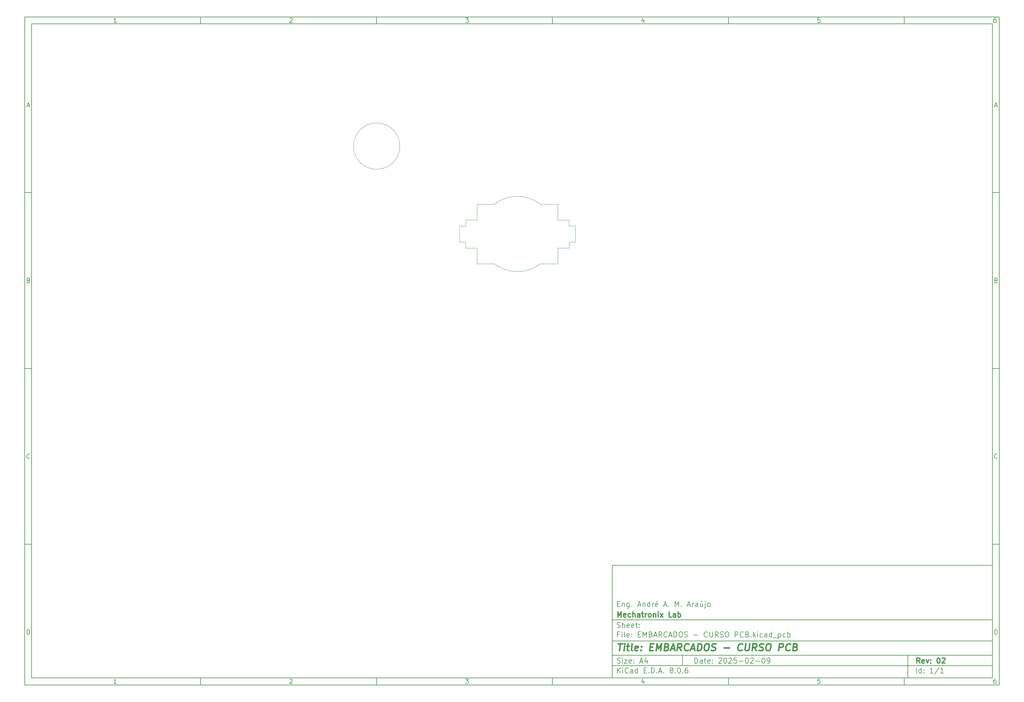
<source format=gbr>
%TF.GenerationSoftware,KiCad,Pcbnew,8.0.6*%
%TF.CreationDate,2025-02-09T14:35:09-03:00*%
%TF.ProjectId,EMBARCADOS - CURSO PCB,454d4241-5243-4414-944f-53202d204355,02*%
%TF.SameCoordinates,Original*%
%TF.FileFunction,Other,User*%
%FSLAX46Y46*%
G04 Gerber Fmt 4.6, Leading zero omitted, Abs format (unit mm)*
G04 Created by KiCad (PCBNEW 8.0.6) date 2025-02-09 14:35:09*
%MOMM*%
%LPD*%
G01*
G04 APERTURE LIST*
%ADD10C,0.100000*%
%ADD11C,0.150000*%
%ADD12C,0.300000*%
%ADD13C,0.400000*%
%ADD14C,0.050000*%
G04 APERTURE END LIST*
D10*
D11*
X177002200Y-166007200D02*
X285002200Y-166007200D01*
X285002200Y-198007200D01*
X177002200Y-198007200D01*
X177002200Y-166007200D01*
D10*
D11*
X10000000Y-10000000D02*
X287002200Y-10000000D01*
X287002200Y-200007200D01*
X10000000Y-200007200D01*
X10000000Y-10000000D01*
D10*
D11*
X12000000Y-12000000D02*
X285002200Y-12000000D01*
X285002200Y-198007200D01*
X12000000Y-198007200D01*
X12000000Y-12000000D01*
D10*
D11*
X60000000Y-12000000D02*
X60000000Y-10000000D01*
D10*
D11*
X110000000Y-12000000D02*
X110000000Y-10000000D01*
D10*
D11*
X160000000Y-12000000D02*
X160000000Y-10000000D01*
D10*
D11*
X210000000Y-12000000D02*
X210000000Y-10000000D01*
D10*
D11*
X260000000Y-12000000D02*
X260000000Y-10000000D01*
D10*
D11*
X36089160Y-11593604D02*
X35346303Y-11593604D01*
X35717731Y-11593604D02*
X35717731Y-10293604D01*
X35717731Y-10293604D02*
X35593922Y-10479319D01*
X35593922Y-10479319D02*
X35470112Y-10603128D01*
X35470112Y-10603128D02*
X35346303Y-10665033D01*
D10*
D11*
X85346303Y-10417414D02*
X85408207Y-10355509D01*
X85408207Y-10355509D02*
X85532017Y-10293604D01*
X85532017Y-10293604D02*
X85841541Y-10293604D01*
X85841541Y-10293604D02*
X85965350Y-10355509D01*
X85965350Y-10355509D02*
X86027255Y-10417414D01*
X86027255Y-10417414D02*
X86089160Y-10541223D01*
X86089160Y-10541223D02*
X86089160Y-10665033D01*
X86089160Y-10665033D02*
X86027255Y-10850747D01*
X86027255Y-10850747D02*
X85284398Y-11593604D01*
X85284398Y-11593604D02*
X86089160Y-11593604D01*
D10*
D11*
X135284398Y-10293604D02*
X136089160Y-10293604D01*
X136089160Y-10293604D02*
X135655826Y-10788842D01*
X135655826Y-10788842D02*
X135841541Y-10788842D01*
X135841541Y-10788842D02*
X135965350Y-10850747D01*
X135965350Y-10850747D02*
X136027255Y-10912652D01*
X136027255Y-10912652D02*
X136089160Y-11036461D01*
X136089160Y-11036461D02*
X136089160Y-11345985D01*
X136089160Y-11345985D02*
X136027255Y-11469795D01*
X136027255Y-11469795D02*
X135965350Y-11531700D01*
X135965350Y-11531700D02*
X135841541Y-11593604D01*
X135841541Y-11593604D02*
X135470112Y-11593604D01*
X135470112Y-11593604D02*
X135346303Y-11531700D01*
X135346303Y-11531700D02*
X135284398Y-11469795D01*
D10*
D11*
X185965350Y-10726938D02*
X185965350Y-11593604D01*
X185655826Y-10231700D02*
X185346303Y-11160271D01*
X185346303Y-11160271D02*
X186151064Y-11160271D01*
D10*
D11*
X236027255Y-10293604D02*
X235408207Y-10293604D01*
X235408207Y-10293604D02*
X235346303Y-10912652D01*
X235346303Y-10912652D02*
X235408207Y-10850747D01*
X235408207Y-10850747D02*
X235532017Y-10788842D01*
X235532017Y-10788842D02*
X235841541Y-10788842D01*
X235841541Y-10788842D02*
X235965350Y-10850747D01*
X235965350Y-10850747D02*
X236027255Y-10912652D01*
X236027255Y-10912652D02*
X236089160Y-11036461D01*
X236089160Y-11036461D02*
X236089160Y-11345985D01*
X236089160Y-11345985D02*
X236027255Y-11469795D01*
X236027255Y-11469795D02*
X235965350Y-11531700D01*
X235965350Y-11531700D02*
X235841541Y-11593604D01*
X235841541Y-11593604D02*
X235532017Y-11593604D01*
X235532017Y-11593604D02*
X235408207Y-11531700D01*
X235408207Y-11531700D02*
X235346303Y-11469795D01*
D10*
D11*
X285965350Y-10293604D02*
X285717731Y-10293604D01*
X285717731Y-10293604D02*
X285593922Y-10355509D01*
X285593922Y-10355509D02*
X285532017Y-10417414D01*
X285532017Y-10417414D02*
X285408207Y-10603128D01*
X285408207Y-10603128D02*
X285346303Y-10850747D01*
X285346303Y-10850747D02*
X285346303Y-11345985D01*
X285346303Y-11345985D02*
X285408207Y-11469795D01*
X285408207Y-11469795D02*
X285470112Y-11531700D01*
X285470112Y-11531700D02*
X285593922Y-11593604D01*
X285593922Y-11593604D02*
X285841541Y-11593604D01*
X285841541Y-11593604D02*
X285965350Y-11531700D01*
X285965350Y-11531700D02*
X286027255Y-11469795D01*
X286027255Y-11469795D02*
X286089160Y-11345985D01*
X286089160Y-11345985D02*
X286089160Y-11036461D01*
X286089160Y-11036461D02*
X286027255Y-10912652D01*
X286027255Y-10912652D02*
X285965350Y-10850747D01*
X285965350Y-10850747D02*
X285841541Y-10788842D01*
X285841541Y-10788842D02*
X285593922Y-10788842D01*
X285593922Y-10788842D02*
X285470112Y-10850747D01*
X285470112Y-10850747D02*
X285408207Y-10912652D01*
X285408207Y-10912652D02*
X285346303Y-11036461D01*
D10*
D11*
X60000000Y-198007200D02*
X60000000Y-200007200D01*
D10*
D11*
X110000000Y-198007200D02*
X110000000Y-200007200D01*
D10*
D11*
X160000000Y-198007200D02*
X160000000Y-200007200D01*
D10*
D11*
X210000000Y-198007200D02*
X210000000Y-200007200D01*
D10*
D11*
X260000000Y-198007200D02*
X260000000Y-200007200D01*
D10*
D11*
X36089160Y-199600804D02*
X35346303Y-199600804D01*
X35717731Y-199600804D02*
X35717731Y-198300804D01*
X35717731Y-198300804D02*
X35593922Y-198486519D01*
X35593922Y-198486519D02*
X35470112Y-198610328D01*
X35470112Y-198610328D02*
X35346303Y-198672233D01*
D10*
D11*
X85346303Y-198424614D02*
X85408207Y-198362709D01*
X85408207Y-198362709D02*
X85532017Y-198300804D01*
X85532017Y-198300804D02*
X85841541Y-198300804D01*
X85841541Y-198300804D02*
X85965350Y-198362709D01*
X85965350Y-198362709D02*
X86027255Y-198424614D01*
X86027255Y-198424614D02*
X86089160Y-198548423D01*
X86089160Y-198548423D02*
X86089160Y-198672233D01*
X86089160Y-198672233D02*
X86027255Y-198857947D01*
X86027255Y-198857947D02*
X85284398Y-199600804D01*
X85284398Y-199600804D02*
X86089160Y-199600804D01*
D10*
D11*
X135284398Y-198300804D02*
X136089160Y-198300804D01*
X136089160Y-198300804D02*
X135655826Y-198796042D01*
X135655826Y-198796042D02*
X135841541Y-198796042D01*
X135841541Y-198796042D02*
X135965350Y-198857947D01*
X135965350Y-198857947D02*
X136027255Y-198919852D01*
X136027255Y-198919852D02*
X136089160Y-199043661D01*
X136089160Y-199043661D02*
X136089160Y-199353185D01*
X136089160Y-199353185D02*
X136027255Y-199476995D01*
X136027255Y-199476995D02*
X135965350Y-199538900D01*
X135965350Y-199538900D02*
X135841541Y-199600804D01*
X135841541Y-199600804D02*
X135470112Y-199600804D01*
X135470112Y-199600804D02*
X135346303Y-199538900D01*
X135346303Y-199538900D02*
X135284398Y-199476995D01*
D10*
D11*
X185965350Y-198734138D02*
X185965350Y-199600804D01*
X185655826Y-198238900D02*
X185346303Y-199167471D01*
X185346303Y-199167471D02*
X186151064Y-199167471D01*
D10*
D11*
X236027255Y-198300804D02*
X235408207Y-198300804D01*
X235408207Y-198300804D02*
X235346303Y-198919852D01*
X235346303Y-198919852D02*
X235408207Y-198857947D01*
X235408207Y-198857947D02*
X235532017Y-198796042D01*
X235532017Y-198796042D02*
X235841541Y-198796042D01*
X235841541Y-198796042D02*
X235965350Y-198857947D01*
X235965350Y-198857947D02*
X236027255Y-198919852D01*
X236027255Y-198919852D02*
X236089160Y-199043661D01*
X236089160Y-199043661D02*
X236089160Y-199353185D01*
X236089160Y-199353185D02*
X236027255Y-199476995D01*
X236027255Y-199476995D02*
X235965350Y-199538900D01*
X235965350Y-199538900D02*
X235841541Y-199600804D01*
X235841541Y-199600804D02*
X235532017Y-199600804D01*
X235532017Y-199600804D02*
X235408207Y-199538900D01*
X235408207Y-199538900D02*
X235346303Y-199476995D01*
D10*
D11*
X285965350Y-198300804D02*
X285717731Y-198300804D01*
X285717731Y-198300804D02*
X285593922Y-198362709D01*
X285593922Y-198362709D02*
X285532017Y-198424614D01*
X285532017Y-198424614D02*
X285408207Y-198610328D01*
X285408207Y-198610328D02*
X285346303Y-198857947D01*
X285346303Y-198857947D02*
X285346303Y-199353185D01*
X285346303Y-199353185D02*
X285408207Y-199476995D01*
X285408207Y-199476995D02*
X285470112Y-199538900D01*
X285470112Y-199538900D02*
X285593922Y-199600804D01*
X285593922Y-199600804D02*
X285841541Y-199600804D01*
X285841541Y-199600804D02*
X285965350Y-199538900D01*
X285965350Y-199538900D02*
X286027255Y-199476995D01*
X286027255Y-199476995D02*
X286089160Y-199353185D01*
X286089160Y-199353185D02*
X286089160Y-199043661D01*
X286089160Y-199043661D02*
X286027255Y-198919852D01*
X286027255Y-198919852D02*
X285965350Y-198857947D01*
X285965350Y-198857947D02*
X285841541Y-198796042D01*
X285841541Y-198796042D02*
X285593922Y-198796042D01*
X285593922Y-198796042D02*
X285470112Y-198857947D01*
X285470112Y-198857947D02*
X285408207Y-198919852D01*
X285408207Y-198919852D02*
X285346303Y-199043661D01*
D10*
D11*
X10000000Y-60000000D02*
X12000000Y-60000000D01*
D10*
D11*
X10000000Y-110000000D02*
X12000000Y-110000000D01*
D10*
D11*
X10000000Y-160000000D02*
X12000000Y-160000000D01*
D10*
D11*
X10690476Y-35222176D02*
X11309523Y-35222176D01*
X10566666Y-35593604D02*
X10999999Y-34293604D01*
X10999999Y-34293604D02*
X11433333Y-35593604D01*
D10*
D11*
X11092857Y-84912652D02*
X11278571Y-84974557D01*
X11278571Y-84974557D02*
X11340476Y-85036461D01*
X11340476Y-85036461D02*
X11402380Y-85160271D01*
X11402380Y-85160271D02*
X11402380Y-85345985D01*
X11402380Y-85345985D02*
X11340476Y-85469795D01*
X11340476Y-85469795D02*
X11278571Y-85531700D01*
X11278571Y-85531700D02*
X11154761Y-85593604D01*
X11154761Y-85593604D02*
X10659523Y-85593604D01*
X10659523Y-85593604D02*
X10659523Y-84293604D01*
X10659523Y-84293604D02*
X11092857Y-84293604D01*
X11092857Y-84293604D02*
X11216666Y-84355509D01*
X11216666Y-84355509D02*
X11278571Y-84417414D01*
X11278571Y-84417414D02*
X11340476Y-84541223D01*
X11340476Y-84541223D02*
X11340476Y-84665033D01*
X11340476Y-84665033D02*
X11278571Y-84788842D01*
X11278571Y-84788842D02*
X11216666Y-84850747D01*
X11216666Y-84850747D02*
X11092857Y-84912652D01*
X11092857Y-84912652D02*
X10659523Y-84912652D01*
D10*
D11*
X11402380Y-135469795D02*
X11340476Y-135531700D01*
X11340476Y-135531700D02*
X11154761Y-135593604D01*
X11154761Y-135593604D02*
X11030952Y-135593604D01*
X11030952Y-135593604D02*
X10845238Y-135531700D01*
X10845238Y-135531700D02*
X10721428Y-135407890D01*
X10721428Y-135407890D02*
X10659523Y-135284080D01*
X10659523Y-135284080D02*
X10597619Y-135036461D01*
X10597619Y-135036461D02*
X10597619Y-134850747D01*
X10597619Y-134850747D02*
X10659523Y-134603128D01*
X10659523Y-134603128D02*
X10721428Y-134479319D01*
X10721428Y-134479319D02*
X10845238Y-134355509D01*
X10845238Y-134355509D02*
X11030952Y-134293604D01*
X11030952Y-134293604D02*
X11154761Y-134293604D01*
X11154761Y-134293604D02*
X11340476Y-134355509D01*
X11340476Y-134355509D02*
X11402380Y-134417414D01*
D10*
D11*
X10659523Y-185593604D02*
X10659523Y-184293604D01*
X10659523Y-184293604D02*
X10969047Y-184293604D01*
X10969047Y-184293604D02*
X11154761Y-184355509D01*
X11154761Y-184355509D02*
X11278571Y-184479319D01*
X11278571Y-184479319D02*
X11340476Y-184603128D01*
X11340476Y-184603128D02*
X11402380Y-184850747D01*
X11402380Y-184850747D02*
X11402380Y-185036461D01*
X11402380Y-185036461D02*
X11340476Y-185284080D01*
X11340476Y-185284080D02*
X11278571Y-185407890D01*
X11278571Y-185407890D02*
X11154761Y-185531700D01*
X11154761Y-185531700D02*
X10969047Y-185593604D01*
X10969047Y-185593604D02*
X10659523Y-185593604D01*
D10*
D11*
X287002200Y-60000000D02*
X285002200Y-60000000D01*
D10*
D11*
X287002200Y-110000000D02*
X285002200Y-110000000D01*
D10*
D11*
X287002200Y-160000000D02*
X285002200Y-160000000D01*
D10*
D11*
X285692676Y-35222176D02*
X286311723Y-35222176D01*
X285568866Y-35593604D02*
X286002199Y-34293604D01*
X286002199Y-34293604D02*
X286435533Y-35593604D01*
D10*
D11*
X286095057Y-84912652D02*
X286280771Y-84974557D01*
X286280771Y-84974557D02*
X286342676Y-85036461D01*
X286342676Y-85036461D02*
X286404580Y-85160271D01*
X286404580Y-85160271D02*
X286404580Y-85345985D01*
X286404580Y-85345985D02*
X286342676Y-85469795D01*
X286342676Y-85469795D02*
X286280771Y-85531700D01*
X286280771Y-85531700D02*
X286156961Y-85593604D01*
X286156961Y-85593604D02*
X285661723Y-85593604D01*
X285661723Y-85593604D02*
X285661723Y-84293604D01*
X285661723Y-84293604D02*
X286095057Y-84293604D01*
X286095057Y-84293604D02*
X286218866Y-84355509D01*
X286218866Y-84355509D02*
X286280771Y-84417414D01*
X286280771Y-84417414D02*
X286342676Y-84541223D01*
X286342676Y-84541223D02*
X286342676Y-84665033D01*
X286342676Y-84665033D02*
X286280771Y-84788842D01*
X286280771Y-84788842D02*
X286218866Y-84850747D01*
X286218866Y-84850747D02*
X286095057Y-84912652D01*
X286095057Y-84912652D02*
X285661723Y-84912652D01*
D10*
D11*
X286404580Y-135469795D02*
X286342676Y-135531700D01*
X286342676Y-135531700D02*
X286156961Y-135593604D01*
X286156961Y-135593604D02*
X286033152Y-135593604D01*
X286033152Y-135593604D02*
X285847438Y-135531700D01*
X285847438Y-135531700D02*
X285723628Y-135407890D01*
X285723628Y-135407890D02*
X285661723Y-135284080D01*
X285661723Y-135284080D02*
X285599819Y-135036461D01*
X285599819Y-135036461D02*
X285599819Y-134850747D01*
X285599819Y-134850747D02*
X285661723Y-134603128D01*
X285661723Y-134603128D02*
X285723628Y-134479319D01*
X285723628Y-134479319D02*
X285847438Y-134355509D01*
X285847438Y-134355509D02*
X286033152Y-134293604D01*
X286033152Y-134293604D02*
X286156961Y-134293604D01*
X286156961Y-134293604D02*
X286342676Y-134355509D01*
X286342676Y-134355509D02*
X286404580Y-134417414D01*
D10*
D11*
X285661723Y-185593604D02*
X285661723Y-184293604D01*
X285661723Y-184293604D02*
X285971247Y-184293604D01*
X285971247Y-184293604D02*
X286156961Y-184355509D01*
X286156961Y-184355509D02*
X286280771Y-184479319D01*
X286280771Y-184479319D02*
X286342676Y-184603128D01*
X286342676Y-184603128D02*
X286404580Y-184850747D01*
X286404580Y-184850747D02*
X286404580Y-185036461D01*
X286404580Y-185036461D02*
X286342676Y-185284080D01*
X286342676Y-185284080D02*
X286280771Y-185407890D01*
X286280771Y-185407890D02*
X286156961Y-185531700D01*
X286156961Y-185531700D02*
X285971247Y-185593604D01*
X285971247Y-185593604D02*
X285661723Y-185593604D01*
D10*
D11*
X200458026Y-193793328D02*
X200458026Y-192293328D01*
X200458026Y-192293328D02*
X200815169Y-192293328D01*
X200815169Y-192293328D02*
X201029455Y-192364757D01*
X201029455Y-192364757D02*
X201172312Y-192507614D01*
X201172312Y-192507614D02*
X201243741Y-192650471D01*
X201243741Y-192650471D02*
X201315169Y-192936185D01*
X201315169Y-192936185D02*
X201315169Y-193150471D01*
X201315169Y-193150471D02*
X201243741Y-193436185D01*
X201243741Y-193436185D02*
X201172312Y-193579042D01*
X201172312Y-193579042D02*
X201029455Y-193721900D01*
X201029455Y-193721900D02*
X200815169Y-193793328D01*
X200815169Y-193793328D02*
X200458026Y-193793328D01*
X202600884Y-193793328D02*
X202600884Y-193007614D01*
X202600884Y-193007614D02*
X202529455Y-192864757D01*
X202529455Y-192864757D02*
X202386598Y-192793328D01*
X202386598Y-192793328D02*
X202100884Y-192793328D01*
X202100884Y-192793328D02*
X201958026Y-192864757D01*
X202600884Y-193721900D02*
X202458026Y-193793328D01*
X202458026Y-193793328D02*
X202100884Y-193793328D01*
X202100884Y-193793328D02*
X201958026Y-193721900D01*
X201958026Y-193721900D02*
X201886598Y-193579042D01*
X201886598Y-193579042D02*
X201886598Y-193436185D01*
X201886598Y-193436185D02*
X201958026Y-193293328D01*
X201958026Y-193293328D02*
X202100884Y-193221900D01*
X202100884Y-193221900D02*
X202458026Y-193221900D01*
X202458026Y-193221900D02*
X202600884Y-193150471D01*
X203100884Y-192793328D02*
X203672312Y-192793328D01*
X203315169Y-192293328D02*
X203315169Y-193579042D01*
X203315169Y-193579042D02*
X203386598Y-193721900D01*
X203386598Y-193721900D02*
X203529455Y-193793328D01*
X203529455Y-193793328D02*
X203672312Y-193793328D01*
X204743741Y-193721900D02*
X204600884Y-193793328D01*
X204600884Y-193793328D02*
X204315170Y-193793328D01*
X204315170Y-193793328D02*
X204172312Y-193721900D01*
X204172312Y-193721900D02*
X204100884Y-193579042D01*
X204100884Y-193579042D02*
X204100884Y-193007614D01*
X204100884Y-193007614D02*
X204172312Y-192864757D01*
X204172312Y-192864757D02*
X204315170Y-192793328D01*
X204315170Y-192793328D02*
X204600884Y-192793328D01*
X204600884Y-192793328D02*
X204743741Y-192864757D01*
X204743741Y-192864757D02*
X204815170Y-193007614D01*
X204815170Y-193007614D02*
X204815170Y-193150471D01*
X204815170Y-193150471D02*
X204100884Y-193293328D01*
X205458026Y-193650471D02*
X205529455Y-193721900D01*
X205529455Y-193721900D02*
X205458026Y-193793328D01*
X205458026Y-193793328D02*
X205386598Y-193721900D01*
X205386598Y-193721900D02*
X205458026Y-193650471D01*
X205458026Y-193650471D02*
X205458026Y-193793328D01*
X205458026Y-192864757D02*
X205529455Y-192936185D01*
X205529455Y-192936185D02*
X205458026Y-193007614D01*
X205458026Y-193007614D02*
X205386598Y-192936185D01*
X205386598Y-192936185D02*
X205458026Y-192864757D01*
X205458026Y-192864757D02*
X205458026Y-193007614D01*
X207243741Y-192436185D02*
X207315169Y-192364757D01*
X207315169Y-192364757D02*
X207458027Y-192293328D01*
X207458027Y-192293328D02*
X207815169Y-192293328D01*
X207815169Y-192293328D02*
X207958027Y-192364757D01*
X207958027Y-192364757D02*
X208029455Y-192436185D01*
X208029455Y-192436185D02*
X208100884Y-192579042D01*
X208100884Y-192579042D02*
X208100884Y-192721900D01*
X208100884Y-192721900D02*
X208029455Y-192936185D01*
X208029455Y-192936185D02*
X207172312Y-193793328D01*
X207172312Y-193793328D02*
X208100884Y-193793328D01*
X209029455Y-192293328D02*
X209172312Y-192293328D01*
X209172312Y-192293328D02*
X209315169Y-192364757D01*
X209315169Y-192364757D02*
X209386598Y-192436185D01*
X209386598Y-192436185D02*
X209458026Y-192579042D01*
X209458026Y-192579042D02*
X209529455Y-192864757D01*
X209529455Y-192864757D02*
X209529455Y-193221900D01*
X209529455Y-193221900D02*
X209458026Y-193507614D01*
X209458026Y-193507614D02*
X209386598Y-193650471D01*
X209386598Y-193650471D02*
X209315169Y-193721900D01*
X209315169Y-193721900D02*
X209172312Y-193793328D01*
X209172312Y-193793328D02*
X209029455Y-193793328D01*
X209029455Y-193793328D02*
X208886598Y-193721900D01*
X208886598Y-193721900D02*
X208815169Y-193650471D01*
X208815169Y-193650471D02*
X208743740Y-193507614D01*
X208743740Y-193507614D02*
X208672312Y-193221900D01*
X208672312Y-193221900D02*
X208672312Y-192864757D01*
X208672312Y-192864757D02*
X208743740Y-192579042D01*
X208743740Y-192579042D02*
X208815169Y-192436185D01*
X208815169Y-192436185D02*
X208886598Y-192364757D01*
X208886598Y-192364757D02*
X209029455Y-192293328D01*
X210100883Y-192436185D02*
X210172311Y-192364757D01*
X210172311Y-192364757D02*
X210315169Y-192293328D01*
X210315169Y-192293328D02*
X210672311Y-192293328D01*
X210672311Y-192293328D02*
X210815169Y-192364757D01*
X210815169Y-192364757D02*
X210886597Y-192436185D01*
X210886597Y-192436185D02*
X210958026Y-192579042D01*
X210958026Y-192579042D02*
X210958026Y-192721900D01*
X210958026Y-192721900D02*
X210886597Y-192936185D01*
X210886597Y-192936185D02*
X210029454Y-193793328D01*
X210029454Y-193793328D02*
X210958026Y-193793328D01*
X212315168Y-192293328D02*
X211600882Y-192293328D01*
X211600882Y-192293328D02*
X211529454Y-193007614D01*
X211529454Y-193007614D02*
X211600882Y-192936185D01*
X211600882Y-192936185D02*
X211743740Y-192864757D01*
X211743740Y-192864757D02*
X212100882Y-192864757D01*
X212100882Y-192864757D02*
X212243740Y-192936185D01*
X212243740Y-192936185D02*
X212315168Y-193007614D01*
X212315168Y-193007614D02*
X212386597Y-193150471D01*
X212386597Y-193150471D02*
X212386597Y-193507614D01*
X212386597Y-193507614D02*
X212315168Y-193650471D01*
X212315168Y-193650471D02*
X212243740Y-193721900D01*
X212243740Y-193721900D02*
X212100882Y-193793328D01*
X212100882Y-193793328D02*
X211743740Y-193793328D01*
X211743740Y-193793328D02*
X211600882Y-193721900D01*
X211600882Y-193721900D02*
X211529454Y-193650471D01*
X213029453Y-193221900D02*
X214172311Y-193221900D01*
X215172311Y-192293328D02*
X215315168Y-192293328D01*
X215315168Y-192293328D02*
X215458025Y-192364757D01*
X215458025Y-192364757D02*
X215529454Y-192436185D01*
X215529454Y-192436185D02*
X215600882Y-192579042D01*
X215600882Y-192579042D02*
X215672311Y-192864757D01*
X215672311Y-192864757D02*
X215672311Y-193221900D01*
X215672311Y-193221900D02*
X215600882Y-193507614D01*
X215600882Y-193507614D02*
X215529454Y-193650471D01*
X215529454Y-193650471D02*
X215458025Y-193721900D01*
X215458025Y-193721900D02*
X215315168Y-193793328D01*
X215315168Y-193793328D02*
X215172311Y-193793328D01*
X215172311Y-193793328D02*
X215029454Y-193721900D01*
X215029454Y-193721900D02*
X214958025Y-193650471D01*
X214958025Y-193650471D02*
X214886596Y-193507614D01*
X214886596Y-193507614D02*
X214815168Y-193221900D01*
X214815168Y-193221900D02*
X214815168Y-192864757D01*
X214815168Y-192864757D02*
X214886596Y-192579042D01*
X214886596Y-192579042D02*
X214958025Y-192436185D01*
X214958025Y-192436185D02*
X215029454Y-192364757D01*
X215029454Y-192364757D02*
X215172311Y-192293328D01*
X216243739Y-192436185D02*
X216315167Y-192364757D01*
X216315167Y-192364757D02*
X216458025Y-192293328D01*
X216458025Y-192293328D02*
X216815167Y-192293328D01*
X216815167Y-192293328D02*
X216958025Y-192364757D01*
X216958025Y-192364757D02*
X217029453Y-192436185D01*
X217029453Y-192436185D02*
X217100882Y-192579042D01*
X217100882Y-192579042D02*
X217100882Y-192721900D01*
X217100882Y-192721900D02*
X217029453Y-192936185D01*
X217029453Y-192936185D02*
X216172310Y-193793328D01*
X216172310Y-193793328D02*
X217100882Y-193793328D01*
X217743738Y-193221900D02*
X218886596Y-193221900D01*
X219886596Y-192293328D02*
X220029453Y-192293328D01*
X220029453Y-192293328D02*
X220172310Y-192364757D01*
X220172310Y-192364757D02*
X220243739Y-192436185D01*
X220243739Y-192436185D02*
X220315167Y-192579042D01*
X220315167Y-192579042D02*
X220386596Y-192864757D01*
X220386596Y-192864757D02*
X220386596Y-193221900D01*
X220386596Y-193221900D02*
X220315167Y-193507614D01*
X220315167Y-193507614D02*
X220243739Y-193650471D01*
X220243739Y-193650471D02*
X220172310Y-193721900D01*
X220172310Y-193721900D02*
X220029453Y-193793328D01*
X220029453Y-193793328D02*
X219886596Y-193793328D01*
X219886596Y-193793328D02*
X219743739Y-193721900D01*
X219743739Y-193721900D02*
X219672310Y-193650471D01*
X219672310Y-193650471D02*
X219600881Y-193507614D01*
X219600881Y-193507614D02*
X219529453Y-193221900D01*
X219529453Y-193221900D02*
X219529453Y-192864757D01*
X219529453Y-192864757D02*
X219600881Y-192579042D01*
X219600881Y-192579042D02*
X219672310Y-192436185D01*
X219672310Y-192436185D02*
X219743739Y-192364757D01*
X219743739Y-192364757D02*
X219886596Y-192293328D01*
X221100881Y-193793328D02*
X221386595Y-193793328D01*
X221386595Y-193793328D02*
X221529452Y-193721900D01*
X221529452Y-193721900D02*
X221600881Y-193650471D01*
X221600881Y-193650471D02*
X221743738Y-193436185D01*
X221743738Y-193436185D02*
X221815167Y-193150471D01*
X221815167Y-193150471D02*
X221815167Y-192579042D01*
X221815167Y-192579042D02*
X221743738Y-192436185D01*
X221743738Y-192436185D02*
X221672310Y-192364757D01*
X221672310Y-192364757D02*
X221529452Y-192293328D01*
X221529452Y-192293328D02*
X221243738Y-192293328D01*
X221243738Y-192293328D02*
X221100881Y-192364757D01*
X221100881Y-192364757D02*
X221029452Y-192436185D01*
X221029452Y-192436185D02*
X220958024Y-192579042D01*
X220958024Y-192579042D02*
X220958024Y-192936185D01*
X220958024Y-192936185D02*
X221029452Y-193079042D01*
X221029452Y-193079042D02*
X221100881Y-193150471D01*
X221100881Y-193150471D02*
X221243738Y-193221900D01*
X221243738Y-193221900D02*
X221529452Y-193221900D01*
X221529452Y-193221900D02*
X221672310Y-193150471D01*
X221672310Y-193150471D02*
X221743738Y-193079042D01*
X221743738Y-193079042D02*
X221815167Y-192936185D01*
D10*
D11*
X177002200Y-194507200D02*
X285002200Y-194507200D01*
D10*
D11*
X178458026Y-196593328D02*
X178458026Y-195093328D01*
X179315169Y-196593328D02*
X178672312Y-195736185D01*
X179315169Y-195093328D02*
X178458026Y-195950471D01*
X179958026Y-196593328D02*
X179958026Y-195593328D01*
X179958026Y-195093328D02*
X179886598Y-195164757D01*
X179886598Y-195164757D02*
X179958026Y-195236185D01*
X179958026Y-195236185D02*
X180029455Y-195164757D01*
X180029455Y-195164757D02*
X179958026Y-195093328D01*
X179958026Y-195093328D02*
X179958026Y-195236185D01*
X181529455Y-196450471D02*
X181458027Y-196521900D01*
X181458027Y-196521900D02*
X181243741Y-196593328D01*
X181243741Y-196593328D02*
X181100884Y-196593328D01*
X181100884Y-196593328D02*
X180886598Y-196521900D01*
X180886598Y-196521900D02*
X180743741Y-196379042D01*
X180743741Y-196379042D02*
X180672312Y-196236185D01*
X180672312Y-196236185D02*
X180600884Y-195950471D01*
X180600884Y-195950471D02*
X180600884Y-195736185D01*
X180600884Y-195736185D02*
X180672312Y-195450471D01*
X180672312Y-195450471D02*
X180743741Y-195307614D01*
X180743741Y-195307614D02*
X180886598Y-195164757D01*
X180886598Y-195164757D02*
X181100884Y-195093328D01*
X181100884Y-195093328D02*
X181243741Y-195093328D01*
X181243741Y-195093328D02*
X181458027Y-195164757D01*
X181458027Y-195164757D02*
X181529455Y-195236185D01*
X182815170Y-196593328D02*
X182815170Y-195807614D01*
X182815170Y-195807614D02*
X182743741Y-195664757D01*
X182743741Y-195664757D02*
X182600884Y-195593328D01*
X182600884Y-195593328D02*
X182315170Y-195593328D01*
X182315170Y-195593328D02*
X182172312Y-195664757D01*
X182815170Y-196521900D02*
X182672312Y-196593328D01*
X182672312Y-196593328D02*
X182315170Y-196593328D01*
X182315170Y-196593328D02*
X182172312Y-196521900D01*
X182172312Y-196521900D02*
X182100884Y-196379042D01*
X182100884Y-196379042D02*
X182100884Y-196236185D01*
X182100884Y-196236185D02*
X182172312Y-196093328D01*
X182172312Y-196093328D02*
X182315170Y-196021900D01*
X182315170Y-196021900D02*
X182672312Y-196021900D01*
X182672312Y-196021900D02*
X182815170Y-195950471D01*
X184172313Y-196593328D02*
X184172313Y-195093328D01*
X184172313Y-196521900D02*
X184029455Y-196593328D01*
X184029455Y-196593328D02*
X183743741Y-196593328D01*
X183743741Y-196593328D02*
X183600884Y-196521900D01*
X183600884Y-196521900D02*
X183529455Y-196450471D01*
X183529455Y-196450471D02*
X183458027Y-196307614D01*
X183458027Y-196307614D02*
X183458027Y-195879042D01*
X183458027Y-195879042D02*
X183529455Y-195736185D01*
X183529455Y-195736185D02*
X183600884Y-195664757D01*
X183600884Y-195664757D02*
X183743741Y-195593328D01*
X183743741Y-195593328D02*
X184029455Y-195593328D01*
X184029455Y-195593328D02*
X184172313Y-195664757D01*
X186029455Y-195807614D02*
X186529455Y-195807614D01*
X186743741Y-196593328D02*
X186029455Y-196593328D01*
X186029455Y-196593328D02*
X186029455Y-195093328D01*
X186029455Y-195093328D02*
X186743741Y-195093328D01*
X187386598Y-196450471D02*
X187458027Y-196521900D01*
X187458027Y-196521900D02*
X187386598Y-196593328D01*
X187386598Y-196593328D02*
X187315170Y-196521900D01*
X187315170Y-196521900D02*
X187386598Y-196450471D01*
X187386598Y-196450471D02*
X187386598Y-196593328D01*
X188100884Y-196593328D02*
X188100884Y-195093328D01*
X188100884Y-195093328D02*
X188458027Y-195093328D01*
X188458027Y-195093328D02*
X188672313Y-195164757D01*
X188672313Y-195164757D02*
X188815170Y-195307614D01*
X188815170Y-195307614D02*
X188886599Y-195450471D01*
X188886599Y-195450471D02*
X188958027Y-195736185D01*
X188958027Y-195736185D02*
X188958027Y-195950471D01*
X188958027Y-195950471D02*
X188886599Y-196236185D01*
X188886599Y-196236185D02*
X188815170Y-196379042D01*
X188815170Y-196379042D02*
X188672313Y-196521900D01*
X188672313Y-196521900D02*
X188458027Y-196593328D01*
X188458027Y-196593328D02*
X188100884Y-196593328D01*
X189600884Y-196450471D02*
X189672313Y-196521900D01*
X189672313Y-196521900D02*
X189600884Y-196593328D01*
X189600884Y-196593328D02*
X189529456Y-196521900D01*
X189529456Y-196521900D02*
X189600884Y-196450471D01*
X189600884Y-196450471D02*
X189600884Y-196593328D01*
X190243742Y-196164757D02*
X190958028Y-196164757D01*
X190100885Y-196593328D02*
X190600885Y-195093328D01*
X190600885Y-195093328D02*
X191100885Y-196593328D01*
X191600884Y-196450471D02*
X191672313Y-196521900D01*
X191672313Y-196521900D02*
X191600884Y-196593328D01*
X191600884Y-196593328D02*
X191529456Y-196521900D01*
X191529456Y-196521900D02*
X191600884Y-196450471D01*
X191600884Y-196450471D02*
X191600884Y-196593328D01*
X193672313Y-195736185D02*
X193529456Y-195664757D01*
X193529456Y-195664757D02*
X193458027Y-195593328D01*
X193458027Y-195593328D02*
X193386599Y-195450471D01*
X193386599Y-195450471D02*
X193386599Y-195379042D01*
X193386599Y-195379042D02*
X193458027Y-195236185D01*
X193458027Y-195236185D02*
X193529456Y-195164757D01*
X193529456Y-195164757D02*
X193672313Y-195093328D01*
X193672313Y-195093328D02*
X193958027Y-195093328D01*
X193958027Y-195093328D02*
X194100885Y-195164757D01*
X194100885Y-195164757D02*
X194172313Y-195236185D01*
X194172313Y-195236185D02*
X194243742Y-195379042D01*
X194243742Y-195379042D02*
X194243742Y-195450471D01*
X194243742Y-195450471D02*
X194172313Y-195593328D01*
X194172313Y-195593328D02*
X194100885Y-195664757D01*
X194100885Y-195664757D02*
X193958027Y-195736185D01*
X193958027Y-195736185D02*
X193672313Y-195736185D01*
X193672313Y-195736185D02*
X193529456Y-195807614D01*
X193529456Y-195807614D02*
X193458027Y-195879042D01*
X193458027Y-195879042D02*
X193386599Y-196021900D01*
X193386599Y-196021900D02*
X193386599Y-196307614D01*
X193386599Y-196307614D02*
X193458027Y-196450471D01*
X193458027Y-196450471D02*
X193529456Y-196521900D01*
X193529456Y-196521900D02*
X193672313Y-196593328D01*
X193672313Y-196593328D02*
X193958027Y-196593328D01*
X193958027Y-196593328D02*
X194100885Y-196521900D01*
X194100885Y-196521900D02*
X194172313Y-196450471D01*
X194172313Y-196450471D02*
X194243742Y-196307614D01*
X194243742Y-196307614D02*
X194243742Y-196021900D01*
X194243742Y-196021900D02*
X194172313Y-195879042D01*
X194172313Y-195879042D02*
X194100885Y-195807614D01*
X194100885Y-195807614D02*
X193958027Y-195736185D01*
X194886598Y-196450471D02*
X194958027Y-196521900D01*
X194958027Y-196521900D02*
X194886598Y-196593328D01*
X194886598Y-196593328D02*
X194815170Y-196521900D01*
X194815170Y-196521900D02*
X194886598Y-196450471D01*
X194886598Y-196450471D02*
X194886598Y-196593328D01*
X195886599Y-195093328D02*
X196029456Y-195093328D01*
X196029456Y-195093328D02*
X196172313Y-195164757D01*
X196172313Y-195164757D02*
X196243742Y-195236185D01*
X196243742Y-195236185D02*
X196315170Y-195379042D01*
X196315170Y-195379042D02*
X196386599Y-195664757D01*
X196386599Y-195664757D02*
X196386599Y-196021900D01*
X196386599Y-196021900D02*
X196315170Y-196307614D01*
X196315170Y-196307614D02*
X196243742Y-196450471D01*
X196243742Y-196450471D02*
X196172313Y-196521900D01*
X196172313Y-196521900D02*
X196029456Y-196593328D01*
X196029456Y-196593328D02*
X195886599Y-196593328D01*
X195886599Y-196593328D02*
X195743742Y-196521900D01*
X195743742Y-196521900D02*
X195672313Y-196450471D01*
X195672313Y-196450471D02*
X195600884Y-196307614D01*
X195600884Y-196307614D02*
X195529456Y-196021900D01*
X195529456Y-196021900D02*
X195529456Y-195664757D01*
X195529456Y-195664757D02*
X195600884Y-195379042D01*
X195600884Y-195379042D02*
X195672313Y-195236185D01*
X195672313Y-195236185D02*
X195743742Y-195164757D01*
X195743742Y-195164757D02*
X195886599Y-195093328D01*
X197029455Y-196450471D02*
X197100884Y-196521900D01*
X197100884Y-196521900D02*
X197029455Y-196593328D01*
X197029455Y-196593328D02*
X196958027Y-196521900D01*
X196958027Y-196521900D02*
X197029455Y-196450471D01*
X197029455Y-196450471D02*
X197029455Y-196593328D01*
X198386599Y-195093328D02*
X198100884Y-195093328D01*
X198100884Y-195093328D02*
X197958027Y-195164757D01*
X197958027Y-195164757D02*
X197886599Y-195236185D01*
X197886599Y-195236185D02*
X197743741Y-195450471D01*
X197743741Y-195450471D02*
X197672313Y-195736185D01*
X197672313Y-195736185D02*
X197672313Y-196307614D01*
X197672313Y-196307614D02*
X197743741Y-196450471D01*
X197743741Y-196450471D02*
X197815170Y-196521900D01*
X197815170Y-196521900D02*
X197958027Y-196593328D01*
X197958027Y-196593328D02*
X198243741Y-196593328D01*
X198243741Y-196593328D02*
X198386599Y-196521900D01*
X198386599Y-196521900D02*
X198458027Y-196450471D01*
X198458027Y-196450471D02*
X198529456Y-196307614D01*
X198529456Y-196307614D02*
X198529456Y-195950471D01*
X198529456Y-195950471D02*
X198458027Y-195807614D01*
X198458027Y-195807614D02*
X198386599Y-195736185D01*
X198386599Y-195736185D02*
X198243741Y-195664757D01*
X198243741Y-195664757D02*
X197958027Y-195664757D01*
X197958027Y-195664757D02*
X197815170Y-195736185D01*
X197815170Y-195736185D02*
X197743741Y-195807614D01*
X197743741Y-195807614D02*
X197672313Y-195950471D01*
D10*
D11*
X177002200Y-191507200D02*
X285002200Y-191507200D01*
D10*
D12*
X264413853Y-193785528D02*
X263913853Y-193071242D01*
X263556710Y-193785528D02*
X263556710Y-192285528D01*
X263556710Y-192285528D02*
X264128139Y-192285528D01*
X264128139Y-192285528D02*
X264270996Y-192356957D01*
X264270996Y-192356957D02*
X264342425Y-192428385D01*
X264342425Y-192428385D02*
X264413853Y-192571242D01*
X264413853Y-192571242D02*
X264413853Y-192785528D01*
X264413853Y-192785528D02*
X264342425Y-192928385D01*
X264342425Y-192928385D02*
X264270996Y-192999814D01*
X264270996Y-192999814D02*
X264128139Y-193071242D01*
X264128139Y-193071242D02*
X263556710Y-193071242D01*
X265628139Y-193714100D02*
X265485282Y-193785528D01*
X265485282Y-193785528D02*
X265199568Y-193785528D01*
X265199568Y-193785528D02*
X265056710Y-193714100D01*
X265056710Y-193714100D02*
X264985282Y-193571242D01*
X264985282Y-193571242D02*
X264985282Y-192999814D01*
X264985282Y-192999814D02*
X265056710Y-192856957D01*
X265056710Y-192856957D02*
X265199568Y-192785528D01*
X265199568Y-192785528D02*
X265485282Y-192785528D01*
X265485282Y-192785528D02*
X265628139Y-192856957D01*
X265628139Y-192856957D02*
X265699568Y-192999814D01*
X265699568Y-192999814D02*
X265699568Y-193142671D01*
X265699568Y-193142671D02*
X264985282Y-193285528D01*
X266199567Y-192785528D02*
X266556710Y-193785528D01*
X266556710Y-193785528D02*
X266913853Y-192785528D01*
X267485281Y-193642671D02*
X267556710Y-193714100D01*
X267556710Y-193714100D02*
X267485281Y-193785528D01*
X267485281Y-193785528D02*
X267413853Y-193714100D01*
X267413853Y-193714100D02*
X267485281Y-193642671D01*
X267485281Y-193642671D02*
X267485281Y-193785528D01*
X267485281Y-192856957D02*
X267556710Y-192928385D01*
X267556710Y-192928385D02*
X267485281Y-192999814D01*
X267485281Y-192999814D02*
X267413853Y-192928385D01*
X267413853Y-192928385D02*
X267485281Y-192856957D01*
X267485281Y-192856957D02*
X267485281Y-192999814D01*
X269628139Y-192285528D02*
X269770996Y-192285528D01*
X269770996Y-192285528D02*
X269913853Y-192356957D01*
X269913853Y-192356957D02*
X269985282Y-192428385D01*
X269985282Y-192428385D02*
X270056710Y-192571242D01*
X270056710Y-192571242D02*
X270128139Y-192856957D01*
X270128139Y-192856957D02*
X270128139Y-193214100D01*
X270128139Y-193214100D02*
X270056710Y-193499814D01*
X270056710Y-193499814D02*
X269985282Y-193642671D01*
X269985282Y-193642671D02*
X269913853Y-193714100D01*
X269913853Y-193714100D02*
X269770996Y-193785528D01*
X269770996Y-193785528D02*
X269628139Y-193785528D01*
X269628139Y-193785528D02*
X269485282Y-193714100D01*
X269485282Y-193714100D02*
X269413853Y-193642671D01*
X269413853Y-193642671D02*
X269342424Y-193499814D01*
X269342424Y-193499814D02*
X269270996Y-193214100D01*
X269270996Y-193214100D02*
X269270996Y-192856957D01*
X269270996Y-192856957D02*
X269342424Y-192571242D01*
X269342424Y-192571242D02*
X269413853Y-192428385D01*
X269413853Y-192428385D02*
X269485282Y-192356957D01*
X269485282Y-192356957D02*
X269628139Y-192285528D01*
X270699567Y-192428385D02*
X270770995Y-192356957D01*
X270770995Y-192356957D02*
X270913853Y-192285528D01*
X270913853Y-192285528D02*
X271270995Y-192285528D01*
X271270995Y-192285528D02*
X271413853Y-192356957D01*
X271413853Y-192356957D02*
X271485281Y-192428385D01*
X271485281Y-192428385D02*
X271556710Y-192571242D01*
X271556710Y-192571242D02*
X271556710Y-192714100D01*
X271556710Y-192714100D02*
X271485281Y-192928385D01*
X271485281Y-192928385D02*
X270628138Y-193785528D01*
X270628138Y-193785528D02*
X271556710Y-193785528D01*
D10*
D11*
X178386598Y-193721900D02*
X178600884Y-193793328D01*
X178600884Y-193793328D02*
X178958026Y-193793328D01*
X178958026Y-193793328D02*
X179100884Y-193721900D01*
X179100884Y-193721900D02*
X179172312Y-193650471D01*
X179172312Y-193650471D02*
X179243741Y-193507614D01*
X179243741Y-193507614D02*
X179243741Y-193364757D01*
X179243741Y-193364757D02*
X179172312Y-193221900D01*
X179172312Y-193221900D02*
X179100884Y-193150471D01*
X179100884Y-193150471D02*
X178958026Y-193079042D01*
X178958026Y-193079042D02*
X178672312Y-193007614D01*
X178672312Y-193007614D02*
X178529455Y-192936185D01*
X178529455Y-192936185D02*
X178458026Y-192864757D01*
X178458026Y-192864757D02*
X178386598Y-192721900D01*
X178386598Y-192721900D02*
X178386598Y-192579042D01*
X178386598Y-192579042D02*
X178458026Y-192436185D01*
X178458026Y-192436185D02*
X178529455Y-192364757D01*
X178529455Y-192364757D02*
X178672312Y-192293328D01*
X178672312Y-192293328D02*
X179029455Y-192293328D01*
X179029455Y-192293328D02*
X179243741Y-192364757D01*
X179886597Y-193793328D02*
X179886597Y-192793328D01*
X179886597Y-192293328D02*
X179815169Y-192364757D01*
X179815169Y-192364757D02*
X179886597Y-192436185D01*
X179886597Y-192436185D02*
X179958026Y-192364757D01*
X179958026Y-192364757D02*
X179886597Y-192293328D01*
X179886597Y-192293328D02*
X179886597Y-192436185D01*
X180458026Y-192793328D02*
X181243741Y-192793328D01*
X181243741Y-192793328D02*
X180458026Y-193793328D01*
X180458026Y-193793328D02*
X181243741Y-193793328D01*
X182386598Y-193721900D02*
X182243741Y-193793328D01*
X182243741Y-193793328D02*
X181958027Y-193793328D01*
X181958027Y-193793328D02*
X181815169Y-193721900D01*
X181815169Y-193721900D02*
X181743741Y-193579042D01*
X181743741Y-193579042D02*
X181743741Y-193007614D01*
X181743741Y-193007614D02*
X181815169Y-192864757D01*
X181815169Y-192864757D02*
X181958027Y-192793328D01*
X181958027Y-192793328D02*
X182243741Y-192793328D01*
X182243741Y-192793328D02*
X182386598Y-192864757D01*
X182386598Y-192864757D02*
X182458027Y-193007614D01*
X182458027Y-193007614D02*
X182458027Y-193150471D01*
X182458027Y-193150471D02*
X181743741Y-193293328D01*
X183100883Y-193650471D02*
X183172312Y-193721900D01*
X183172312Y-193721900D02*
X183100883Y-193793328D01*
X183100883Y-193793328D02*
X183029455Y-193721900D01*
X183029455Y-193721900D02*
X183100883Y-193650471D01*
X183100883Y-193650471D02*
X183100883Y-193793328D01*
X183100883Y-192864757D02*
X183172312Y-192936185D01*
X183172312Y-192936185D02*
X183100883Y-193007614D01*
X183100883Y-193007614D02*
X183029455Y-192936185D01*
X183029455Y-192936185D02*
X183100883Y-192864757D01*
X183100883Y-192864757D02*
X183100883Y-193007614D01*
X184886598Y-193364757D02*
X185600884Y-193364757D01*
X184743741Y-193793328D02*
X185243741Y-192293328D01*
X185243741Y-192293328D02*
X185743741Y-193793328D01*
X186886598Y-192793328D02*
X186886598Y-193793328D01*
X186529455Y-192221900D02*
X186172312Y-193293328D01*
X186172312Y-193293328D02*
X187100883Y-193293328D01*
D10*
D11*
X263458026Y-196593328D02*
X263458026Y-195093328D01*
X264815170Y-196593328D02*
X264815170Y-195093328D01*
X264815170Y-196521900D02*
X264672312Y-196593328D01*
X264672312Y-196593328D02*
X264386598Y-196593328D01*
X264386598Y-196593328D02*
X264243741Y-196521900D01*
X264243741Y-196521900D02*
X264172312Y-196450471D01*
X264172312Y-196450471D02*
X264100884Y-196307614D01*
X264100884Y-196307614D02*
X264100884Y-195879042D01*
X264100884Y-195879042D02*
X264172312Y-195736185D01*
X264172312Y-195736185D02*
X264243741Y-195664757D01*
X264243741Y-195664757D02*
X264386598Y-195593328D01*
X264386598Y-195593328D02*
X264672312Y-195593328D01*
X264672312Y-195593328D02*
X264815170Y-195664757D01*
X265529455Y-196450471D02*
X265600884Y-196521900D01*
X265600884Y-196521900D02*
X265529455Y-196593328D01*
X265529455Y-196593328D02*
X265458027Y-196521900D01*
X265458027Y-196521900D02*
X265529455Y-196450471D01*
X265529455Y-196450471D02*
X265529455Y-196593328D01*
X265529455Y-195664757D02*
X265600884Y-195736185D01*
X265600884Y-195736185D02*
X265529455Y-195807614D01*
X265529455Y-195807614D02*
X265458027Y-195736185D01*
X265458027Y-195736185D02*
X265529455Y-195664757D01*
X265529455Y-195664757D02*
X265529455Y-195807614D01*
X268172313Y-196593328D02*
X267315170Y-196593328D01*
X267743741Y-196593328D02*
X267743741Y-195093328D01*
X267743741Y-195093328D02*
X267600884Y-195307614D01*
X267600884Y-195307614D02*
X267458027Y-195450471D01*
X267458027Y-195450471D02*
X267315170Y-195521900D01*
X269886598Y-195021900D02*
X268600884Y-196950471D01*
X271172313Y-196593328D02*
X270315170Y-196593328D01*
X270743741Y-196593328D02*
X270743741Y-195093328D01*
X270743741Y-195093328D02*
X270600884Y-195307614D01*
X270600884Y-195307614D02*
X270458027Y-195450471D01*
X270458027Y-195450471D02*
X270315170Y-195521900D01*
D10*
D11*
X177002200Y-187507200D02*
X285002200Y-187507200D01*
D10*
D13*
X178693928Y-188211638D02*
X179836785Y-188211638D01*
X179015357Y-190211638D02*
X179265357Y-188211638D01*
X180253452Y-190211638D02*
X180420119Y-188878304D01*
X180503452Y-188211638D02*
X180396309Y-188306876D01*
X180396309Y-188306876D02*
X180479643Y-188402114D01*
X180479643Y-188402114D02*
X180586786Y-188306876D01*
X180586786Y-188306876D02*
X180503452Y-188211638D01*
X180503452Y-188211638D02*
X180479643Y-188402114D01*
X181086786Y-188878304D02*
X181848690Y-188878304D01*
X181455833Y-188211638D02*
X181241548Y-189925923D01*
X181241548Y-189925923D02*
X181312976Y-190116400D01*
X181312976Y-190116400D02*
X181491548Y-190211638D01*
X181491548Y-190211638D02*
X181682024Y-190211638D01*
X182634405Y-190211638D02*
X182455833Y-190116400D01*
X182455833Y-190116400D02*
X182384405Y-189925923D01*
X182384405Y-189925923D02*
X182598690Y-188211638D01*
X184170119Y-190116400D02*
X183967738Y-190211638D01*
X183967738Y-190211638D02*
X183586785Y-190211638D01*
X183586785Y-190211638D02*
X183408214Y-190116400D01*
X183408214Y-190116400D02*
X183336785Y-189925923D01*
X183336785Y-189925923D02*
X183432024Y-189164019D01*
X183432024Y-189164019D02*
X183551071Y-188973542D01*
X183551071Y-188973542D02*
X183753452Y-188878304D01*
X183753452Y-188878304D02*
X184134404Y-188878304D01*
X184134404Y-188878304D02*
X184312976Y-188973542D01*
X184312976Y-188973542D02*
X184384404Y-189164019D01*
X184384404Y-189164019D02*
X184360595Y-189354495D01*
X184360595Y-189354495D02*
X183384404Y-189544971D01*
X185134405Y-190021161D02*
X185217738Y-190116400D01*
X185217738Y-190116400D02*
X185110595Y-190211638D01*
X185110595Y-190211638D02*
X185027262Y-190116400D01*
X185027262Y-190116400D02*
X185134405Y-190021161D01*
X185134405Y-190021161D02*
X185110595Y-190211638D01*
X185265357Y-188973542D02*
X185348690Y-189068780D01*
X185348690Y-189068780D02*
X185241548Y-189164019D01*
X185241548Y-189164019D02*
X185158214Y-189068780D01*
X185158214Y-189068780D02*
X185265357Y-188973542D01*
X185265357Y-188973542D02*
X185241548Y-189164019D01*
X187717739Y-189164019D02*
X188384405Y-189164019D01*
X188539167Y-190211638D02*
X187586786Y-190211638D01*
X187586786Y-190211638D02*
X187836786Y-188211638D01*
X187836786Y-188211638D02*
X188789167Y-188211638D01*
X189396310Y-190211638D02*
X189646310Y-188211638D01*
X189646310Y-188211638D02*
X190134405Y-189640209D01*
X190134405Y-189640209D02*
X190979644Y-188211638D01*
X190979644Y-188211638D02*
X190729644Y-190211638D01*
X192479643Y-189164019D02*
X192753453Y-189259257D01*
X192753453Y-189259257D02*
X192836786Y-189354495D01*
X192836786Y-189354495D02*
X192908215Y-189544971D01*
X192908215Y-189544971D02*
X192872500Y-189830685D01*
X192872500Y-189830685D02*
X192753453Y-190021161D01*
X192753453Y-190021161D02*
X192646310Y-190116400D01*
X192646310Y-190116400D02*
X192443929Y-190211638D01*
X192443929Y-190211638D02*
X191682024Y-190211638D01*
X191682024Y-190211638D02*
X191932024Y-188211638D01*
X191932024Y-188211638D02*
X192598691Y-188211638D01*
X192598691Y-188211638D02*
X192777262Y-188306876D01*
X192777262Y-188306876D02*
X192860596Y-188402114D01*
X192860596Y-188402114D02*
X192932024Y-188592590D01*
X192932024Y-188592590D02*
X192908215Y-188783066D01*
X192908215Y-188783066D02*
X192789167Y-188973542D01*
X192789167Y-188973542D02*
X192682024Y-189068780D01*
X192682024Y-189068780D02*
X192479643Y-189164019D01*
X192479643Y-189164019D02*
X191812977Y-189164019D01*
X193658215Y-189640209D02*
X194610596Y-189640209D01*
X193396310Y-190211638D02*
X194312977Y-188211638D01*
X194312977Y-188211638D02*
X194729643Y-190211638D01*
X196539167Y-190211638D02*
X195991548Y-189259257D01*
X195396310Y-190211638D02*
X195646310Y-188211638D01*
X195646310Y-188211638D02*
X196408215Y-188211638D01*
X196408215Y-188211638D02*
X196586786Y-188306876D01*
X196586786Y-188306876D02*
X196670120Y-188402114D01*
X196670120Y-188402114D02*
X196741548Y-188592590D01*
X196741548Y-188592590D02*
X196705834Y-188878304D01*
X196705834Y-188878304D02*
X196586786Y-189068780D01*
X196586786Y-189068780D02*
X196479644Y-189164019D01*
X196479644Y-189164019D02*
X196277263Y-189259257D01*
X196277263Y-189259257D02*
X195515358Y-189259257D01*
X198562977Y-190021161D02*
X198455834Y-190116400D01*
X198455834Y-190116400D02*
X198158215Y-190211638D01*
X198158215Y-190211638D02*
X197967739Y-190211638D01*
X197967739Y-190211638D02*
X197693929Y-190116400D01*
X197693929Y-190116400D02*
X197527263Y-189925923D01*
X197527263Y-189925923D02*
X197455834Y-189735447D01*
X197455834Y-189735447D02*
X197408215Y-189354495D01*
X197408215Y-189354495D02*
X197443929Y-189068780D01*
X197443929Y-189068780D02*
X197586786Y-188687828D01*
X197586786Y-188687828D02*
X197705834Y-188497352D01*
X197705834Y-188497352D02*
X197920120Y-188306876D01*
X197920120Y-188306876D02*
X198217739Y-188211638D01*
X198217739Y-188211638D02*
X198408215Y-188211638D01*
X198408215Y-188211638D02*
X198682025Y-188306876D01*
X198682025Y-188306876D02*
X198765358Y-188402114D01*
X199372501Y-189640209D02*
X200324882Y-189640209D01*
X199110596Y-190211638D02*
X200027263Y-188211638D01*
X200027263Y-188211638D02*
X200443929Y-190211638D01*
X201110596Y-190211638D02*
X201360596Y-188211638D01*
X201360596Y-188211638D02*
X201836787Y-188211638D01*
X201836787Y-188211638D02*
X202110596Y-188306876D01*
X202110596Y-188306876D02*
X202277263Y-188497352D01*
X202277263Y-188497352D02*
X202348691Y-188687828D01*
X202348691Y-188687828D02*
X202396311Y-189068780D01*
X202396311Y-189068780D02*
X202360596Y-189354495D01*
X202360596Y-189354495D02*
X202217739Y-189735447D01*
X202217739Y-189735447D02*
X202098691Y-189925923D01*
X202098691Y-189925923D02*
X201884406Y-190116400D01*
X201884406Y-190116400D02*
X201586787Y-190211638D01*
X201586787Y-190211638D02*
X201110596Y-190211638D01*
X203741549Y-188211638D02*
X204122501Y-188211638D01*
X204122501Y-188211638D02*
X204301072Y-188306876D01*
X204301072Y-188306876D02*
X204467739Y-188497352D01*
X204467739Y-188497352D02*
X204515358Y-188878304D01*
X204515358Y-188878304D02*
X204432025Y-189544971D01*
X204432025Y-189544971D02*
X204289168Y-189925923D01*
X204289168Y-189925923D02*
X204074882Y-190116400D01*
X204074882Y-190116400D02*
X203872501Y-190211638D01*
X203872501Y-190211638D02*
X203491549Y-190211638D01*
X203491549Y-190211638D02*
X203312977Y-190116400D01*
X203312977Y-190116400D02*
X203146311Y-189925923D01*
X203146311Y-189925923D02*
X203098691Y-189544971D01*
X203098691Y-189544971D02*
X203182025Y-188878304D01*
X203182025Y-188878304D02*
X203324882Y-188497352D01*
X203324882Y-188497352D02*
X203539168Y-188306876D01*
X203539168Y-188306876D02*
X203741549Y-188211638D01*
X205122501Y-190116400D02*
X205396310Y-190211638D01*
X205396310Y-190211638D02*
X205872501Y-190211638D01*
X205872501Y-190211638D02*
X206074882Y-190116400D01*
X206074882Y-190116400D02*
X206182025Y-190021161D01*
X206182025Y-190021161D02*
X206301072Y-189830685D01*
X206301072Y-189830685D02*
X206324882Y-189640209D01*
X206324882Y-189640209D02*
X206253453Y-189449733D01*
X206253453Y-189449733D02*
X206170120Y-189354495D01*
X206170120Y-189354495D02*
X205991549Y-189259257D01*
X205991549Y-189259257D02*
X205622501Y-189164019D01*
X205622501Y-189164019D02*
X205443929Y-189068780D01*
X205443929Y-189068780D02*
X205360596Y-188973542D01*
X205360596Y-188973542D02*
X205289168Y-188783066D01*
X205289168Y-188783066D02*
X205312977Y-188592590D01*
X205312977Y-188592590D02*
X205432025Y-188402114D01*
X205432025Y-188402114D02*
X205539168Y-188306876D01*
X205539168Y-188306876D02*
X205741549Y-188211638D01*
X205741549Y-188211638D02*
X206217739Y-188211638D01*
X206217739Y-188211638D02*
X206491549Y-188306876D01*
X208729644Y-189449733D02*
X210253454Y-189449733D01*
X213801073Y-190021161D02*
X213693930Y-190116400D01*
X213693930Y-190116400D02*
X213396311Y-190211638D01*
X213396311Y-190211638D02*
X213205835Y-190211638D01*
X213205835Y-190211638D02*
X212932025Y-190116400D01*
X212932025Y-190116400D02*
X212765359Y-189925923D01*
X212765359Y-189925923D02*
X212693930Y-189735447D01*
X212693930Y-189735447D02*
X212646311Y-189354495D01*
X212646311Y-189354495D02*
X212682025Y-189068780D01*
X212682025Y-189068780D02*
X212824882Y-188687828D01*
X212824882Y-188687828D02*
X212943930Y-188497352D01*
X212943930Y-188497352D02*
X213158216Y-188306876D01*
X213158216Y-188306876D02*
X213455835Y-188211638D01*
X213455835Y-188211638D02*
X213646311Y-188211638D01*
X213646311Y-188211638D02*
X213920121Y-188306876D01*
X213920121Y-188306876D02*
X214003454Y-188402114D01*
X214884406Y-188211638D02*
X214682025Y-189830685D01*
X214682025Y-189830685D02*
X214753454Y-190021161D01*
X214753454Y-190021161D02*
X214836787Y-190116400D01*
X214836787Y-190116400D02*
X215015359Y-190211638D01*
X215015359Y-190211638D02*
X215396311Y-190211638D01*
X215396311Y-190211638D02*
X215598692Y-190116400D01*
X215598692Y-190116400D02*
X215705835Y-190021161D01*
X215705835Y-190021161D02*
X215824882Y-189830685D01*
X215824882Y-189830685D02*
X216027263Y-188211638D01*
X217872501Y-190211638D02*
X217324882Y-189259257D01*
X216729644Y-190211638D02*
X216979644Y-188211638D01*
X216979644Y-188211638D02*
X217741549Y-188211638D01*
X217741549Y-188211638D02*
X217920120Y-188306876D01*
X217920120Y-188306876D02*
X218003454Y-188402114D01*
X218003454Y-188402114D02*
X218074882Y-188592590D01*
X218074882Y-188592590D02*
X218039168Y-188878304D01*
X218039168Y-188878304D02*
X217920120Y-189068780D01*
X217920120Y-189068780D02*
X217812978Y-189164019D01*
X217812978Y-189164019D02*
X217610597Y-189259257D01*
X217610597Y-189259257D02*
X216848692Y-189259257D01*
X218646311Y-190116400D02*
X218920120Y-190211638D01*
X218920120Y-190211638D02*
X219396311Y-190211638D01*
X219396311Y-190211638D02*
X219598692Y-190116400D01*
X219598692Y-190116400D02*
X219705835Y-190021161D01*
X219705835Y-190021161D02*
X219824882Y-189830685D01*
X219824882Y-189830685D02*
X219848692Y-189640209D01*
X219848692Y-189640209D02*
X219777263Y-189449733D01*
X219777263Y-189449733D02*
X219693930Y-189354495D01*
X219693930Y-189354495D02*
X219515359Y-189259257D01*
X219515359Y-189259257D02*
X219146311Y-189164019D01*
X219146311Y-189164019D02*
X218967739Y-189068780D01*
X218967739Y-189068780D02*
X218884406Y-188973542D01*
X218884406Y-188973542D02*
X218812978Y-188783066D01*
X218812978Y-188783066D02*
X218836787Y-188592590D01*
X218836787Y-188592590D02*
X218955835Y-188402114D01*
X218955835Y-188402114D02*
X219062978Y-188306876D01*
X219062978Y-188306876D02*
X219265359Y-188211638D01*
X219265359Y-188211638D02*
X219741549Y-188211638D01*
X219741549Y-188211638D02*
X220015359Y-188306876D01*
X221265359Y-188211638D02*
X221646311Y-188211638D01*
X221646311Y-188211638D02*
X221824882Y-188306876D01*
X221824882Y-188306876D02*
X221991549Y-188497352D01*
X221991549Y-188497352D02*
X222039168Y-188878304D01*
X222039168Y-188878304D02*
X221955835Y-189544971D01*
X221955835Y-189544971D02*
X221812978Y-189925923D01*
X221812978Y-189925923D02*
X221598692Y-190116400D01*
X221598692Y-190116400D02*
X221396311Y-190211638D01*
X221396311Y-190211638D02*
X221015359Y-190211638D01*
X221015359Y-190211638D02*
X220836787Y-190116400D01*
X220836787Y-190116400D02*
X220670121Y-189925923D01*
X220670121Y-189925923D02*
X220622501Y-189544971D01*
X220622501Y-189544971D02*
X220705835Y-188878304D01*
X220705835Y-188878304D02*
X220848692Y-188497352D01*
X220848692Y-188497352D02*
X221062978Y-188306876D01*
X221062978Y-188306876D02*
X221265359Y-188211638D01*
X224253454Y-190211638D02*
X224503454Y-188211638D01*
X224503454Y-188211638D02*
X225265359Y-188211638D01*
X225265359Y-188211638D02*
X225443930Y-188306876D01*
X225443930Y-188306876D02*
X225527264Y-188402114D01*
X225527264Y-188402114D02*
X225598692Y-188592590D01*
X225598692Y-188592590D02*
X225562978Y-188878304D01*
X225562978Y-188878304D02*
X225443930Y-189068780D01*
X225443930Y-189068780D02*
X225336788Y-189164019D01*
X225336788Y-189164019D02*
X225134407Y-189259257D01*
X225134407Y-189259257D02*
X224372502Y-189259257D01*
X227420121Y-190021161D02*
X227312978Y-190116400D01*
X227312978Y-190116400D02*
X227015359Y-190211638D01*
X227015359Y-190211638D02*
X226824883Y-190211638D01*
X226824883Y-190211638D02*
X226551073Y-190116400D01*
X226551073Y-190116400D02*
X226384407Y-189925923D01*
X226384407Y-189925923D02*
X226312978Y-189735447D01*
X226312978Y-189735447D02*
X226265359Y-189354495D01*
X226265359Y-189354495D02*
X226301073Y-189068780D01*
X226301073Y-189068780D02*
X226443930Y-188687828D01*
X226443930Y-188687828D02*
X226562978Y-188497352D01*
X226562978Y-188497352D02*
X226777264Y-188306876D01*
X226777264Y-188306876D02*
X227074883Y-188211638D01*
X227074883Y-188211638D02*
X227265359Y-188211638D01*
X227265359Y-188211638D02*
X227539169Y-188306876D01*
X227539169Y-188306876D02*
X227622502Y-188402114D01*
X229051073Y-189164019D02*
X229324883Y-189259257D01*
X229324883Y-189259257D02*
X229408216Y-189354495D01*
X229408216Y-189354495D02*
X229479645Y-189544971D01*
X229479645Y-189544971D02*
X229443930Y-189830685D01*
X229443930Y-189830685D02*
X229324883Y-190021161D01*
X229324883Y-190021161D02*
X229217740Y-190116400D01*
X229217740Y-190116400D02*
X229015359Y-190211638D01*
X229015359Y-190211638D02*
X228253454Y-190211638D01*
X228253454Y-190211638D02*
X228503454Y-188211638D01*
X228503454Y-188211638D02*
X229170121Y-188211638D01*
X229170121Y-188211638D02*
X229348692Y-188306876D01*
X229348692Y-188306876D02*
X229432026Y-188402114D01*
X229432026Y-188402114D02*
X229503454Y-188592590D01*
X229503454Y-188592590D02*
X229479645Y-188783066D01*
X229479645Y-188783066D02*
X229360597Y-188973542D01*
X229360597Y-188973542D02*
X229253454Y-189068780D01*
X229253454Y-189068780D02*
X229051073Y-189164019D01*
X229051073Y-189164019D02*
X228384407Y-189164019D01*
D10*
D11*
X178958026Y-185607614D02*
X178458026Y-185607614D01*
X178458026Y-186393328D02*
X178458026Y-184893328D01*
X178458026Y-184893328D02*
X179172312Y-184893328D01*
X179743740Y-186393328D02*
X179743740Y-185393328D01*
X179743740Y-184893328D02*
X179672312Y-184964757D01*
X179672312Y-184964757D02*
X179743740Y-185036185D01*
X179743740Y-185036185D02*
X179815169Y-184964757D01*
X179815169Y-184964757D02*
X179743740Y-184893328D01*
X179743740Y-184893328D02*
X179743740Y-185036185D01*
X180672312Y-186393328D02*
X180529455Y-186321900D01*
X180529455Y-186321900D02*
X180458026Y-186179042D01*
X180458026Y-186179042D02*
X180458026Y-184893328D01*
X181815169Y-186321900D02*
X181672312Y-186393328D01*
X181672312Y-186393328D02*
X181386598Y-186393328D01*
X181386598Y-186393328D02*
X181243740Y-186321900D01*
X181243740Y-186321900D02*
X181172312Y-186179042D01*
X181172312Y-186179042D02*
X181172312Y-185607614D01*
X181172312Y-185607614D02*
X181243740Y-185464757D01*
X181243740Y-185464757D02*
X181386598Y-185393328D01*
X181386598Y-185393328D02*
X181672312Y-185393328D01*
X181672312Y-185393328D02*
X181815169Y-185464757D01*
X181815169Y-185464757D02*
X181886598Y-185607614D01*
X181886598Y-185607614D02*
X181886598Y-185750471D01*
X181886598Y-185750471D02*
X181172312Y-185893328D01*
X182529454Y-186250471D02*
X182600883Y-186321900D01*
X182600883Y-186321900D02*
X182529454Y-186393328D01*
X182529454Y-186393328D02*
X182458026Y-186321900D01*
X182458026Y-186321900D02*
X182529454Y-186250471D01*
X182529454Y-186250471D02*
X182529454Y-186393328D01*
X182529454Y-185464757D02*
X182600883Y-185536185D01*
X182600883Y-185536185D02*
X182529454Y-185607614D01*
X182529454Y-185607614D02*
X182458026Y-185536185D01*
X182458026Y-185536185D02*
X182529454Y-185464757D01*
X182529454Y-185464757D02*
X182529454Y-185607614D01*
X184386597Y-185607614D02*
X184886597Y-185607614D01*
X185100883Y-186393328D02*
X184386597Y-186393328D01*
X184386597Y-186393328D02*
X184386597Y-184893328D01*
X184386597Y-184893328D02*
X185100883Y-184893328D01*
X185743740Y-186393328D02*
X185743740Y-184893328D01*
X185743740Y-184893328D02*
X186243740Y-185964757D01*
X186243740Y-185964757D02*
X186743740Y-184893328D01*
X186743740Y-184893328D02*
X186743740Y-186393328D01*
X187958026Y-185607614D02*
X188172312Y-185679042D01*
X188172312Y-185679042D02*
X188243741Y-185750471D01*
X188243741Y-185750471D02*
X188315169Y-185893328D01*
X188315169Y-185893328D02*
X188315169Y-186107614D01*
X188315169Y-186107614D02*
X188243741Y-186250471D01*
X188243741Y-186250471D02*
X188172312Y-186321900D01*
X188172312Y-186321900D02*
X188029455Y-186393328D01*
X188029455Y-186393328D02*
X187458026Y-186393328D01*
X187458026Y-186393328D02*
X187458026Y-184893328D01*
X187458026Y-184893328D02*
X187958026Y-184893328D01*
X187958026Y-184893328D02*
X188100884Y-184964757D01*
X188100884Y-184964757D02*
X188172312Y-185036185D01*
X188172312Y-185036185D02*
X188243741Y-185179042D01*
X188243741Y-185179042D02*
X188243741Y-185321900D01*
X188243741Y-185321900D02*
X188172312Y-185464757D01*
X188172312Y-185464757D02*
X188100884Y-185536185D01*
X188100884Y-185536185D02*
X187958026Y-185607614D01*
X187958026Y-185607614D02*
X187458026Y-185607614D01*
X188886598Y-185964757D02*
X189600884Y-185964757D01*
X188743741Y-186393328D02*
X189243741Y-184893328D01*
X189243741Y-184893328D02*
X189743741Y-186393328D01*
X191100883Y-186393328D02*
X190600883Y-185679042D01*
X190243740Y-186393328D02*
X190243740Y-184893328D01*
X190243740Y-184893328D02*
X190815169Y-184893328D01*
X190815169Y-184893328D02*
X190958026Y-184964757D01*
X190958026Y-184964757D02*
X191029455Y-185036185D01*
X191029455Y-185036185D02*
X191100883Y-185179042D01*
X191100883Y-185179042D02*
X191100883Y-185393328D01*
X191100883Y-185393328D02*
X191029455Y-185536185D01*
X191029455Y-185536185D02*
X190958026Y-185607614D01*
X190958026Y-185607614D02*
X190815169Y-185679042D01*
X190815169Y-185679042D02*
X190243740Y-185679042D01*
X192600883Y-186250471D02*
X192529455Y-186321900D01*
X192529455Y-186321900D02*
X192315169Y-186393328D01*
X192315169Y-186393328D02*
X192172312Y-186393328D01*
X192172312Y-186393328D02*
X191958026Y-186321900D01*
X191958026Y-186321900D02*
X191815169Y-186179042D01*
X191815169Y-186179042D02*
X191743740Y-186036185D01*
X191743740Y-186036185D02*
X191672312Y-185750471D01*
X191672312Y-185750471D02*
X191672312Y-185536185D01*
X191672312Y-185536185D02*
X191743740Y-185250471D01*
X191743740Y-185250471D02*
X191815169Y-185107614D01*
X191815169Y-185107614D02*
X191958026Y-184964757D01*
X191958026Y-184964757D02*
X192172312Y-184893328D01*
X192172312Y-184893328D02*
X192315169Y-184893328D01*
X192315169Y-184893328D02*
X192529455Y-184964757D01*
X192529455Y-184964757D02*
X192600883Y-185036185D01*
X193172312Y-185964757D02*
X193886598Y-185964757D01*
X193029455Y-186393328D02*
X193529455Y-184893328D01*
X193529455Y-184893328D02*
X194029455Y-186393328D01*
X194529454Y-186393328D02*
X194529454Y-184893328D01*
X194529454Y-184893328D02*
X194886597Y-184893328D01*
X194886597Y-184893328D02*
X195100883Y-184964757D01*
X195100883Y-184964757D02*
X195243740Y-185107614D01*
X195243740Y-185107614D02*
X195315169Y-185250471D01*
X195315169Y-185250471D02*
X195386597Y-185536185D01*
X195386597Y-185536185D02*
X195386597Y-185750471D01*
X195386597Y-185750471D02*
X195315169Y-186036185D01*
X195315169Y-186036185D02*
X195243740Y-186179042D01*
X195243740Y-186179042D02*
X195100883Y-186321900D01*
X195100883Y-186321900D02*
X194886597Y-186393328D01*
X194886597Y-186393328D02*
X194529454Y-186393328D01*
X196315169Y-184893328D02*
X196600883Y-184893328D01*
X196600883Y-184893328D02*
X196743740Y-184964757D01*
X196743740Y-184964757D02*
X196886597Y-185107614D01*
X196886597Y-185107614D02*
X196958026Y-185393328D01*
X196958026Y-185393328D02*
X196958026Y-185893328D01*
X196958026Y-185893328D02*
X196886597Y-186179042D01*
X196886597Y-186179042D02*
X196743740Y-186321900D01*
X196743740Y-186321900D02*
X196600883Y-186393328D01*
X196600883Y-186393328D02*
X196315169Y-186393328D01*
X196315169Y-186393328D02*
X196172312Y-186321900D01*
X196172312Y-186321900D02*
X196029454Y-186179042D01*
X196029454Y-186179042D02*
X195958026Y-185893328D01*
X195958026Y-185893328D02*
X195958026Y-185393328D01*
X195958026Y-185393328D02*
X196029454Y-185107614D01*
X196029454Y-185107614D02*
X196172312Y-184964757D01*
X196172312Y-184964757D02*
X196315169Y-184893328D01*
X197529455Y-186321900D02*
X197743741Y-186393328D01*
X197743741Y-186393328D02*
X198100883Y-186393328D01*
X198100883Y-186393328D02*
X198243741Y-186321900D01*
X198243741Y-186321900D02*
X198315169Y-186250471D01*
X198315169Y-186250471D02*
X198386598Y-186107614D01*
X198386598Y-186107614D02*
X198386598Y-185964757D01*
X198386598Y-185964757D02*
X198315169Y-185821900D01*
X198315169Y-185821900D02*
X198243741Y-185750471D01*
X198243741Y-185750471D02*
X198100883Y-185679042D01*
X198100883Y-185679042D02*
X197815169Y-185607614D01*
X197815169Y-185607614D02*
X197672312Y-185536185D01*
X197672312Y-185536185D02*
X197600883Y-185464757D01*
X197600883Y-185464757D02*
X197529455Y-185321900D01*
X197529455Y-185321900D02*
X197529455Y-185179042D01*
X197529455Y-185179042D02*
X197600883Y-185036185D01*
X197600883Y-185036185D02*
X197672312Y-184964757D01*
X197672312Y-184964757D02*
X197815169Y-184893328D01*
X197815169Y-184893328D02*
X198172312Y-184893328D01*
X198172312Y-184893328D02*
X198386598Y-184964757D01*
X200172311Y-185821900D02*
X201315169Y-185821900D01*
X204029454Y-186250471D02*
X203958026Y-186321900D01*
X203958026Y-186321900D02*
X203743740Y-186393328D01*
X203743740Y-186393328D02*
X203600883Y-186393328D01*
X203600883Y-186393328D02*
X203386597Y-186321900D01*
X203386597Y-186321900D02*
X203243740Y-186179042D01*
X203243740Y-186179042D02*
X203172311Y-186036185D01*
X203172311Y-186036185D02*
X203100883Y-185750471D01*
X203100883Y-185750471D02*
X203100883Y-185536185D01*
X203100883Y-185536185D02*
X203172311Y-185250471D01*
X203172311Y-185250471D02*
X203243740Y-185107614D01*
X203243740Y-185107614D02*
X203386597Y-184964757D01*
X203386597Y-184964757D02*
X203600883Y-184893328D01*
X203600883Y-184893328D02*
X203743740Y-184893328D01*
X203743740Y-184893328D02*
X203958026Y-184964757D01*
X203958026Y-184964757D02*
X204029454Y-185036185D01*
X204672311Y-184893328D02*
X204672311Y-186107614D01*
X204672311Y-186107614D02*
X204743740Y-186250471D01*
X204743740Y-186250471D02*
X204815169Y-186321900D01*
X204815169Y-186321900D02*
X204958026Y-186393328D01*
X204958026Y-186393328D02*
X205243740Y-186393328D01*
X205243740Y-186393328D02*
X205386597Y-186321900D01*
X205386597Y-186321900D02*
X205458026Y-186250471D01*
X205458026Y-186250471D02*
X205529454Y-186107614D01*
X205529454Y-186107614D02*
X205529454Y-184893328D01*
X207100883Y-186393328D02*
X206600883Y-185679042D01*
X206243740Y-186393328D02*
X206243740Y-184893328D01*
X206243740Y-184893328D02*
X206815169Y-184893328D01*
X206815169Y-184893328D02*
X206958026Y-184964757D01*
X206958026Y-184964757D02*
X207029455Y-185036185D01*
X207029455Y-185036185D02*
X207100883Y-185179042D01*
X207100883Y-185179042D02*
X207100883Y-185393328D01*
X207100883Y-185393328D02*
X207029455Y-185536185D01*
X207029455Y-185536185D02*
X206958026Y-185607614D01*
X206958026Y-185607614D02*
X206815169Y-185679042D01*
X206815169Y-185679042D02*
X206243740Y-185679042D01*
X207672312Y-186321900D02*
X207886598Y-186393328D01*
X207886598Y-186393328D02*
X208243740Y-186393328D01*
X208243740Y-186393328D02*
X208386598Y-186321900D01*
X208386598Y-186321900D02*
X208458026Y-186250471D01*
X208458026Y-186250471D02*
X208529455Y-186107614D01*
X208529455Y-186107614D02*
X208529455Y-185964757D01*
X208529455Y-185964757D02*
X208458026Y-185821900D01*
X208458026Y-185821900D02*
X208386598Y-185750471D01*
X208386598Y-185750471D02*
X208243740Y-185679042D01*
X208243740Y-185679042D02*
X207958026Y-185607614D01*
X207958026Y-185607614D02*
X207815169Y-185536185D01*
X207815169Y-185536185D02*
X207743740Y-185464757D01*
X207743740Y-185464757D02*
X207672312Y-185321900D01*
X207672312Y-185321900D02*
X207672312Y-185179042D01*
X207672312Y-185179042D02*
X207743740Y-185036185D01*
X207743740Y-185036185D02*
X207815169Y-184964757D01*
X207815169Y-184964757D02*
X207958026Y-184893328D01*
X207958026Y-184893328D02*
X208315169Y-184893328D01*
X208315169Y-184893328D02*
X208529455Y-184964757D01*
X209458026Y-184893328D02*
X209743740Y-184893328D01*
X209743740Y-184893328D02*
X209886597Y-184964757D01*
X209886597Y-184964757D02*
X210029454Y-185107614D01*
X210029454Y-185107614D02*
X210100883Y-185393328D01*
X210100883Y-185393328D02*
X210100883Y-185893328D01*
X210100883Y-185893328D02*
X210029454Y-186179042D01*
X210029454Y-186179042D02*
X209886597Y-186321900D01*
X209886597Y-186321900D02*
X209743740Y-186393328D01*
X209743740Y-186393328D02*
X209458026Y-186393328D01*
X209458026Y-186393328D02*
X209315169Y-186321900D01*
X209315169Y-186321900D02*
X209172311Y-186179042D01*
X209172311Y-186179042D02*
X209100883Y-185893328D01*
X209100883Y-185893328D02*
X209100883Y-185393328D01*
X209100883Y-185393328D02*
X209172311Y-185107614D01*
X209172311Y-185107614D02*
X209315169Y-184964757D01*
X209315169Y-184964757D02*
X209458026Y-184893328D01*
X211886597Y-186393328D02*
X211886597Y-184893328D01*
X211886597Y-184893328D02*
X212458026Y-184893328D01*
X212458026Y-184893328D02*
X212600883Y-184964757D01*
X212600883Y-184964757D02*
X212672312Y-185036185D01*
X212672312Y-185036185D02*
X212743740Y-185179042D01*
X212743740Y-185179042D02*
X212743740Y-185393328D01*
X212743740Y-185393328D02*
X212672312Y-185536185D01*
X212672312Y-185536185D02*
X212600883Y-185607614D01*
X212600883Y-185607614D02*
X212458026Y-185679042D01*
X212458026Y-185679042D02*
X211886597Y-185679042D01*
X214243740Y-186250471D02*
X214172312Y-186321900D01*
X214172312Y-186321900D02*
X213958026Y-186393328D01*
X213958026Y-186393328D02*
X213815169Y-186393328D01*
X213815169Y-186393328D02*
X213600883Y-186321900D01*
X213600883Y-186321900D02*
X213458026Y-186179042D01*
X213458026Y-186179042D02*
X213386597Y-186036185D01*
X213386597Y-186036185D02*
X213315169Y-185750471D01*
X213315169Y-185750471D02*
X213315169Y-185536185D01*
X213315169Y-185536185D02*
X213386597Y-185250471D01*
X213386597Y-185250471D02*
X213458026Y-185107614D01*
X213458026Y-185107614D02*
X213600883Y-184964757D01*
X213600883Y-184964757D02*
X213815169Y-184893328D01*
X213815169Y-184893328D02*
X213958026Y-184893328D01*
X213958026Y-184893328D02*
X214172312Y-184964757D01*
X214172312Y-184964757D02*
X214243740Y-185036185D01*
X215386597Y-185607614D02*
X215600883Y-185679042D01*
X215600883Y-185679042D02*
X215672312Y-185750471D01*
X215672312Y-185750471D02*
X215743740Y-185893328D01*
X215743740Y-185893328D02*
X215743740Y-186107614D01*
X215743740Y-186107614D02*
X215672312Y-186250471D01*
X215672312Y-186250471D02*
X215600883Y-186321900D01*
X215600883Y-186321900D02*
X215458026Y-186393328D01*
X215458026Y-186393328D02*
X214886597Y-186393328D01*
X214886597Y-186393328D02*
X214886597Y-184893328D01*
X214886597Y-184893328D02*
X215386597Y-184893328D01*
X215386597Y-184893328D02*
X215529455Y-184964757D01*
X215529455Y-184964757D02*
X215600883Y-185036185D01*
X215600883Y-185036185D02*
X215672312Y-185179042D01*
X215672312Y-185179042D02*
X215672312Y-185321900D01*
X215672312Y-185321900D02*
X215600883Y-185464757D01*
X215600883Y-185464757D02*
X215529455Y-185536185D01*
X215529455Y-185536185D02*
X215386597Y-185607614D01*
X215386597Y-185607614D02*
X214886597Y-185607614D01*
X216386597Y-186250471D02*
X216458026Y-186321900D01*
X216458026Y-186321900D02*
X216386597Y-186393328D01*
X216386597Y-186393328D02*
X216315169Y-186321900D01*
X216315169Y-186321900D02*
X216386597Y-186250471D01*
X216386597Y-186250471D02*
X216386597Y-186393328D01*
X217100883Y-186393328D02*
X217100883Y-184893328D01*
X217243741Y-185821900D02*
X217672312Y-186393328D01*
X217672312Y-185393328D02*
X217100883Y-185964757D01*
X218315169Y-186393328D02*
X218315169Y-185393328D01*
X218315169Y-184893328D02*
X218243741Y-184964757D01*
X218243741Y-184964757D02*
X218315169Y-185036185D01*
X218315169Y-185036185D02*
X218386598Y-184964757D01*
X218386598Y-184964757D02*
X218315169Y-184893328D01*
X218315169Y-184893328D02*
X218315169Y-185036185D01*
X219672313Y-186321900D02*
X219529455Y-186393328D01*
X219529455Y-186393328D02*
X219243741Y-186393328D01*
X219243741Y-186393328D02*
X219100884Y-186321900D01*
X219100884Y-186321900D02*
X219029455Y-186250471D01*
X219029455Y-186250471D02*
X218958027Y-186107614D01*
X218958027Y-186107614D02*
X218958027Y-185679042D01*
X218958027Y-185679042D02*
X219029455Y-185536185D01*
X219029455Y-185536185D02*
X219100884Y-185464757D01*
X219100884Y-185464757D02*
X219243741Y-185393328D01*
X219243741Y-185393328D02*
X219529455Y-185393328D01*
X219529455Y-185393328D02*
X219672313Y-185464757D01*
X220958027Y-186393328D02*
X220958027Y-185607614D01*
X220958027Y-185607614D02*
X220886598Y-185464757D01*
X220886598Y-185464757D02*
X220743741Y-185393328D01*
X220743741Y-185393328D02*
X220458027Y-185393328D01*
X220458027Y-185393328D02*
X220315169Y-185464757D01*
X220958027Y-186321900D02*
X220815169Y-186393328D01*
X220815169Y-186393328D02*
X220458027Y-186393328D01*
X220458027Y-186393328D02*
X220315169Y-186321900D01*
X220315169Y-186321900D02*
X220243741Y-186179042D01*
X220243741Y-186179042D02*
X220243741Y-186036185D01*
X220243741Y-186036185D02*
X220315169Y-185893328D01*
X220315169Y-185893328D02*
X220458027Y-185821900D01*
X220458027Y-185821900D02*
X220815169Y-185821900D01*
X220815169Y-185821900D02*
X220958027Y-185750471D01*
X222315170Y-186393328D02*
X222315170Y-184893328D01*
X222315170Y-186321900D02*
X222172312Y-186393328D01*
X222172312Y-186393328D02*
X221886598Y-186393328D01*
X221886598Y-186393328D02*
X221743741Y-186321900D01*
X221743741Y-186321900D02*
X221672312Y-186250471D01*
X221672312Y-186250471D02*
X221600884Y-186107614D01*
X221600884Y-186107614D02*
X221600884Y-185679042D01*
X221600884Y-185679042D02*
X221672312Y-185536185D01*
X221672312Y-185536185D02*
X221743741Y-185464757D01*
X221743741Y-185464757D02*
X221886598Y-185393328D01*
X221886598Y-185393328D02*
X222172312Y-185393328D01*
X222172312Y-185393328D02*
X222315170Y-185464757D01*
X222672313Y-186536185D02*
X223815170Y-186536185D01*
X224172312Y-185393328D02*
X224172312Y-186893328D01*
X224172312Y-185464757D02*
X224315170Y-185393328D01*
X224315170Y-185393328D02*
X224600884Y-185393328D01*
X224600884Y-185393328D02*
X224743741Y-185464757D01*
X224743741Y-185464757D02*
X224815170Y-185536185D01*
X224815170Y-185536185D02*
X224886598Y-185679042D01*
X224886598Y-185679042D02*
X224886598Y-186107614D01*
X224886598Y-186107614D02*
X224815170Y-186250471D01*
X224815170Y-186250471D02*
X224743741Y-186321900D01*
X224743741Y-186321900D02*
X224600884Y-186393328D01*
X224600884Y-186393328D02*
X224315170Y-186393328D01*
X224315170Y-186393328D02*
X224172312Y-186321900D01*
X226172313Y-186321900D02*
X226029455Y-186393328D01*
X226029455Y-186393328D02*
X225743741Y-186393328D01*
X225743741Y-186393328D02*
X225600884Y-186321900D01*
X225600884Y-186321900D02*
X225529455Y-186250471D01*
X225529455Y-186250471D02*
X225458027Y-186107614D01*
X225458027Y-186107614D02*
X225458027Y-185679042D01*
X225458027Y-185679042D02*
X225529455Y-185536185D01*
X225529455Y-185536185D02*
X225600884Y-185464757D01*
X225600884Y-185464757D02*
X225743741Y-185393328D01*
X225743741Y-185393328D02*
X226029455Y-185393328D01*
X226029455Y-185393328D02*
X226172313Y-185464757D01*
X226815169Y-186393328D02*
X226815169Y-184893328D01*
X226815169Y-185464757D02*
X226958027Y-185393328D01*
X226958027Y-185393328D02*
X227243741Y-185393328D01*
X227243741Y-185393328D02*
X227386598Y-185464757D01*
X227386598Y-185464757D02*
X227458027Y-185536185D01*
X227458027Y-185536185D02*
X227529455Y-185679042D01*
X227529455Y-185679042D02*
X227529455Y-186107614D01*
X227529455Y-186107614D02*
X227458027Y-186250471D01*
X227458027Y-186250471D02*
X227386598Y-186321900D01*
X227386598Y-186321900D02*
X227243741Y-186393328D01*
X227243741Y-186393328D02*
X226958027Y-186393328D01*
X226958027Y-186393328D02*
X226815169Y-186321900D01*
D10*
D11*
X177002200Y-181507200D02*
X285002200Y-181507200D01*
D10*
D11*
X178386598Y-183621900D02*
X178600884Y-183693328D01*
X178600884Y-183693328D02*
X178958026Y-183693328D01*
X178958026Y-183693328D02*
X179100884Y-183621900D01*
X179100884Y-183621900D02*
X179172312Y-183550471D01*
X179172312Y-183550471D02*
X179243741Y-183407614D01*
X179243741Y-183407614D02*
X179243741Y-183264757D01*
X179243741Y-183264757D02*
X179172312Y-183121900D01*
X179172312Y-183121900D02*
X179100884Y-183050471D01*
X179100884Y-183050471D02*
X178958026Y-182979042D01*
X178958026Y-182979042D02*
X178672312Y-182907614D01*
X178672312Y-182907614D02*
X178529455Y-182836185D01*
X178529455Y-182836185D02*
X178458026Y-182764757D01*
X178458026Y-182764757D02*
X178386598Y-182621900D01*
X178386598Y-182621900D02*
X178386598Y-182479042D01*
X178386598Y-182479042D02*
X178458026Y-182336185D01*
X178458026Y-182336185D02*
X178529455Y-182264757D01*
X178529455Y-182264757D02*
X178672312Y-182193328D01*
X178672312Y-182193328D02*
X179029455Y-182193328D01*
X179029455Y-182193328D02*
X179243741Y-182264757D01*
X179886597Y-183693328D02*
X179886597Y-182193328D01*
X180529455Y-183693328D02*
X180529455Y-182907614D01*
X180529455Y-182907614D02*
X180458026Y-182764757D01*
X180458026Y-182764757D02*
X180315169Y-182693328D01*
X180315169Y-182693328D02*
X180100883Y-182693328D01*
X180100883Y-182693328D02*
X179958026Y-182764757D01*
X179958026Y-182764757D02*
X179886597Y-182836185D01*
X181815169Y-183621900D02*
X181672312Y-183693328D01*
X181672312Y-183693328D02*
X181386598Y-183693328D01*
X181386598Y-183693328D02*
X181243740Y-183621900D01*
X181243740Y-183621900D02*
X181172312Y-183479042D01*
X181172312Y-183479042D02*
X181172312Y-182907614D01*
X181172312Y-182907614D02*
X181243740Y-182764757D01*
X181243740Y-182764757D02*
X181386598Y-182693328D01*
X181386598Y-182693328D02*
X181672312Y-182693328D01*
X181672312Y-182693328D02*
X181815169Y-182764757D01*
X181815169Y-182764757D02*
X181886598Y-182907614D01*
X181886598Y-182907614D02*
X181886598Y-183050471D01*
X181886598Y-183050471D02*
X181172312Y-183193328D01*
X183100883Y-183621900D02*
X182958026Y-183693328D01*
X182958026Y-183693328D02*
X182672312Y-183693328D01*
X182672312Y-183693328D02*
X182529454Y-183621900D01*
X182529454Y-183621900D02*
X182458026Y-183479042D01*
X182458026Y-183479042D02*
X182458026Y-182907614D01*
X182458026Y-182907614D02*
X182529454Y-182764757D01*
X182529454Y-182764757D02*
X182672312Y-182693328D01*
X182672312Y-182693328D02*
X182958026Y-182693328D01*
X182958026Y-182693328D02*
X183100883Y-182764757D01*
X183100883Y-182764757D02*
X183172312Y-182907614D01*
X183172312Y-182907614D02*
X183172312Y-183050471D01*
X183172312Y-183050471D02*
X182458026Y-183193328D01*
X183600883Y-182693328D02*
X184172311Y-182693328D01*
X183815168Y-182193328D02*
X183815168Y-183479042D01*
X183815168Y-183479042D02*
X183886597Y-183621900D01*
X183886597Y-183621900D02*
X184029454Y-183693328D01*
X184029454Y-183693328D02*
X184172311Y-183693328D01*
X184672311Y-183550471D02*
X184743740Y-183621900D01*
X184743740Y-183621900D02*
X184672311Y-183693328D01*
X184672311Y-183693328D02*
X184600883Y-183621900D01*
X184600883Y-183621900D02*
X184672311Y-183550471D01*
X184672311Y-183550471D02*
X184672311Y-183693328D01*
X184672311Y-182764757D02*
X184743740Y-182836185D01*
X184743740Y-182836185D02*
X184672311Y-182907614D01*
X184672311Y-182907614D02*
X184600883Y-182836185D01*
X184600883Y-182836185D02*
X184672311Y-182764757D01*
X184672311Y-182764757D02*
X184672311Y-182907614D01*
D10*
D12*
X178556710Y-180685528D02*
X178556710Y-179185528D01*
X178556710Y-179185528D02*
X179056710Y-180256957D01*
X179056710Y-180256957D02*
X179556710Y-179185528D01*
X179556710Y-179185528D02*
X179556710Y-180685528D01*
X180842425Y-180614100D02*
X180699568Y-180685528D01*
X180699568Y-180685528D02*
X180413854Y-180685528D01*
X180413854Y-180685528D02*
X180270996Y-180614100D01*
X180270996Y-180614100D02*
X180199568Y-180471242D01*
X180199568Y-180471242D02*
X180199568Y-179899814D01*
X180199568Y-179899814D02*
X180270996Y-179756957D01*
X180270996Y-179756957D02*
X180413854Y-179685528D01*
X180413854Y-179685528D02*
X180699568Y-179685528D01*
X180699568Y-179685528D02*
X180842425Y-179756957D01*
X180842425Y-179756957D02*
X180913854Y-179899814D01*
X180913854Y-179899814D02*
X180913854Y-180042671D01*
X180913854Y-180042671D02*
X180199568Y-180185528D01*
X182199568Y-180614100D02*
X182056710Y-180685528D01*
X182056710Y-180685528D02*
X181770996Y-180685528D01*
X181770996Y-180685528D02*
X181628139Y-180614100D01*
X181628139Y-180614100D02*
X181556710Y-180542671D01*
X181556710Y-180542671D02*
X181485282Y-180399814D01*
X181485282Y-180399814D02*
X181485282Y-179971242D01*
X181485282Y-179971242D02*
X181556710Y-179828385D01*
X181556710Y-179828385D02*
X181628139Y-179756957D01*
X181628139Y-179756957D02*
X181770996Y-179685528D01*
X181770996Y-179685528D02*
X182056710Y-179685528D01*
X182056710Y-179685528D02*
X182199568Y-179756957D01*
X182842424Y-180685528D02*
X182842424Y-179185528D01*
X183485282Y-180685528D02*
X183485282Y-179899814D01*
X183485282Y-179899814D02*
X183413853Y-179756957D01*
X183413853Y-179756957D02*
X183270996Y-179685528D01*
X183270996Y-179685528D02*
X183056710Y-179685528D01*
X183056710Y-179685528D02*
X182913853Y-179756957D01*
X182913853Y-179756957D02*
X182842424Y-179828385D01*
X184842425Y-180685528D02*
X184842425Y-179899814D01*
X184842425Y-179899814D02*
X184770996Y-179756957D01*
X184770996Y-179756957D02*
X184628139Y-179685528D01*
X184628139Y-179685528D02*
X184342425Y-179685528D01*
X184342425Y-179685528D02*
X184199567Y-179756957D01*
X184842425Y-180614100D02*
X184699567Y-180685528D01*
X184699567Y-180685528D02*
X184342425Y-180685528D01*
X184342425Y-180685528D02*
X184199567Y-180614100D01*
X184199567Y-180614100D02*
X184128139Y-180471242D01*
X184128139Y-180471242D02*
X184128139Y-180328385D01*
X184128139Y-180328385D02*
X184199567Y-180185528D01*
X184199567Y-180185528D02*
X184342425Y-180114100D01*
X184342425Y-180114100D02*
X184699567Y-180114100D01*
X184699567Y-180114100D02*
X184842425Y-180042671D01*
X185342425Y-179685528D02*
X185913853Y-179685528D01*
X185556710Y-179185528D02*
X185556710Y-180471242D01*
X185556710Y-180471242D02*
X185628139Y-180614100D01*
X185628139Y-180614100D02*
X185770996Y-180685528D01*
X185770996Y-180685528D02*
X185913853Y-180685528D01*
X186413853Y-180685528D02*
X186413853Y-179685528D01*
X186413853Y-179971242D02*
X186485282Y-179828385D01*
X186485282Y-179828385D02*
X186556711Y-179756957D01*
X186556711Y-179756957D02*
X186699568Y-179685528D01*
X186699568Y-179685528D02*
X186842425Y-179685528D01*
X187556710Y-180685528D02*
X187413853Y-180614100D01*
X187413853Y-180614100D02*
X187342424Y-180542671D01*
X187342424Y-180542671D02*
X187270996Y-180399814D01*
X187270996Y-180399814D02*
X187270996Y-179971242D01*
X187270996Y-179971242D02*
X187342424Y-179828385D01*
X187342424Y-179828385D02*
X187413853Y-179756957D01*
X187413853Y-179756957D02*
X187556710Y-179685528D01*
X187556710Y-179685528D02*
X187770996Y-179685528D01*
X187770996Y-179685528D02*
X187913853Y-179756957D01*
X187913853Y-179756957D02*
X187985282Y-179828385D01*
X187985282Y-179828385D02*
X188056710Y-179971242D01*
X188056710Y-179971242D02*
X188056710Y-180399814D01*
X188056710Y-180399814D02*
X187985282Y-180542671D01*
X187985282Y-180542671D02*
X187913853Y-180614100D01*
X187913853Y-180614100D02*
X187770996Y-180685528D01*
X187770996Y-180685528D02*
X187556710Y-180685528D01*
X188699567Y-179685528D02*
X188699567Y-180685528D01*
X188699567Y-179828385D02*
X188770996Y-179756957D01*
X188770996Y-179756957D02*
X188913853Y-179685528D01*
X188913853Y-179685528D02*
X189128139Y-179685528D01*
X189128139Y-179685528D02*
X189270996Y-179756957D01*
X189270996Y-179756957D02*
X189342425Y-179899814D01*
X189342425Y-179899814D02*
X189342425Y-180685528D01*
X190056710Y-180685528D02*
X190056710Y-179685528D01*
X190056710Y-179185528D02*
X189985282Y-179256957D01*
X189985282Y-179256957D02*
X190056710Y-179328385D01*
X190056710Y-179328385D02*
X190128139Y-179256957D01*
X190128139Y-179256957D02*
X190056710Y-179185528D01*
X190056710Y-179185528D02*
X190056710Y-179328385D01*
X190628139Y-180685528D02*
X191413854Y-179685528D01*
X190628139Y-179685528D02*
X191413854Y-180685528D01*
X193842425Y-180685528D02*
X193128139Y-180685528D01*
X193128139Y-180685528D02*
X193128139Y-179185528D01*
X194985283Y-180685528D02*
X194985283Y-179899814D01*
X194985283Y-179899814D02*
X194913854Y-179756957D01*
X194913854Y-179756957D02*
X194770997Y-179685528D01*
X194770997Y-179685528D02*
X194485283Y-179685528D01*
X194485283Y-179685528D02*
X194342425Y-179756957D01*
X194985283Y-180614100D02*
X194842425Y-180685528D01*
X194842425Y-180685528D02*
X194485283Y-180685528D01*
X194485283Y-180685528D02*
X194342425Y-180614100D01*
X194342425Y-180614100D02*
X194270997Y-180471242D01*
X194270997Y-180471242D02*
X194270997Y-180328385D01*
X194270997Y-180328385D02*
X194342425Y-180185528D01*
X194342425Y-180185528D02*
X194485283Y-180114100D01*
X194485283Y-180114100D02*
X194842425Y-180114100D01*
X194842425Y-180114100D02*
X194985283Y-180042671D01*
X195699568Y-180685528D02*
X195699568Y-179185528D01*
X195699568Y-179756957D02*
X195842426Y-179685528D01*
X195842426Y-179685528D02*
X196128140Y-179685528D01*
X196128140Y-179685528D02*
X196270997Y-179756957D01*
X196270997Y-179756957D02*
X196342426Y-179828385D01*
X196342426Y-179828385D02*
X196413854Y-179971242D01*
X196413854Y-179971242D02*
X196413854Y-180399814D01*
X196413854Y-180399814D02*
X196342426Y-180542671D01*
X196342426Y-180542671D02*
X196270997Y-180614100D01*
X196270997Y-180614100D02*
X196128140Y-180685528D01*
X196128140Y-180685528D02*
X195842426Y-180685528D01*
X195842426Y-180685528D02*
X195699568Y-180614100D01*
D10*
D11*
X178458026Y-176907614D02*
X178958026Y-176907614D01*
X179172312Y-177693328D02*
X178458026Y-177693328D01*
X178458026Y-177693328D02*
X178458026Y-176193328D01*
X178458026Y-176193328D02*
X179172312Y-176193328D01*
X179815169Y-176693328D02*
X179815169Y-177693328D01*
X179815169Y-176836185D02*
X179886598Y-176764757D01*
X179886598Y-176764757D02*
X180029455Y-176693328D01*
X180029455Y-176693328D02*
X180243741Y-176693328D01*
X180243741Y-176693328D02*
X180386598Y-176764757D01*
X180386598Y-176764757D02*
X180458027Y-176907614D01*
X180458027Y-176907614D02*
X180458027Y-177693328D01*
X181815170Y-176693328D02*
X181815170Y-177907614D01*
X181815170Y-177907614D02*
X181743741Y-178050471D01*
X181743741Y-178050471D02*
X181672312Y-178121900D01*
X181672312Y-178121900D02*
X181529455Y-178193328D01*
X181529455Y-178193328D02*
X181315170Y-178193328D01*
X181315170Y-178193328D02*
X181172312Y-178121900D01*
X181815170Y-177621900D02*
X181672312Y-177693328D01*
X181672312Y-177693328D02*
X181386598Y-177693328D01*
X181386598Y-177693328D02*
X181243741Y-177621900D01*
X181243741Y-177621900D02*
X181172312Y-177550471D01*
X181172312Y-177550471D02*
X181100884Y-177407614D01*
X181100884Y-177407614D02*
X181100884Y-176979042D01*
X181100884Y-176979042D02*
X181172312Y-176836185D01*
X181172312Y-176836185D02*
X181243741Y-176764757D01*
X181243741Y-176764757D02*
X181386598Y-176693328D01*
X181386598Y-176693328D02*
X181672312Y-176693328D01*
X181672312Y-176693328D02*
X181815170Y-176764757D01*
X182529455Y-177550471D02*
X182600884Y-177621900D01*
X182600884Y-177621900D02*
X182529455Y-177693328D01*
X182529455Y-177693328D02*
X182458027Y-177621900D01*
X182458027Y-177621900D02*
X182529455Y-177550471D01*
X182529455Y-177550471D02*
X182529455Y-177693328D01*
X184315170Y-177264757D02*
X185029456Y-177264757D01*
X184172313Y-177693328D02*
X184672313Y-176193328D01*
X184672313Y-176193328D02*
X185172313Y-177693328D01*
X185672312Y-176693328D02*
X185672312Y-177693328D01*
X185672312Y-176836185D02*
X185743741Y-176764757D01*
X185743741Y-176764757D02*
X185886598Y-176693328D01*
X185886598Y-176693328D02*
X186100884Y-176693328D01*
X186100884Y-176693328D02*
X186243741Y-176764757D01*
X186243741Y-176764757D02*
X186315170Y-176907614D01*
X186315170Y-176907614D02*
X186315170Y-177693328D01*
X187672313Y-177693328D02*
X187672313Y-176193328D01*
X187672313Y-177621900D02*
X187529455Y-177693328D01*
X187529455Y-177693328D02*
X187243741Y-177693328D01*
X187243741Y-177693328D02*
X187100884Y-177621900D01*
X187100884Y-177621900D02*
X187029455Y-177550471D01*
X187029455Y-177550471D02*
X186958027Y-177407614D01*
X186958027Y-177407614D02*
X186958027Y-176979042D01*
X186958027Y-176979042D02*
X187029455Y-176836185D01*
X187029455Y-176836185D02*
X187100884Y-176764757D01*
X187100884Y-176764757D02*
X187243741Y-176693328D01*
X187243741Y-176693328D02*
X187529455Y-176693328D01*
X187529455Y-176693328D02*
X187672313Y-176764757D01*
X188386598Y-177693328D02*
X188386598Y-176693328D01*
X188386598Y-176979042D02*
X188458027Y-176836185D01*
X188458027Y-176836185D02*
X188529456Y-176764757D01*
X188529456Y-176764757D02*
X188672313Y-176693328D01*
X188672313Y-176693328D02*
X188815170Y-176693328D01*
X189886598Y-177621900D02*
X189743741Y-177693328D01*
X189743741Y-177693328D02*
X189458027Y-177693328D01*
X189458027Y-177693328D02*
X189315169Y-177621900D01*
X189315169Y-177621900D02*
X189243741Y-177479042D01*
X189243741Y-177479042D02*
X189243741Y-176907614D01*
X189243741Y-176907614D02*
X189315169Y-176764757D01*
X189315169Y-176764757D02*
X189458027Y-176693328D01*
X189458027Y-176693328D02*
X189743741Y-176693328D01*
X189743741Y-176693328D02*
X189886598Y-176764757D01*
X189886598Y-176764757D02*
X189958027Y-176907614D01*
X189958027Y-176907614D02*
X189958027Y-177050471D01*
X189958027Y-177050471D02*
X189243741Y-177193328D01*
X189743741Y-176121900D02*
X189529455Y-176336185D01*
X191672312Y-177264757D02*
X192386598Y-177264757D01*
X191529455Y-177693328D02*
X192029455Y-176193328D01*
X192029455Y-176193328D02*
X192529455Y-177693328D01*
X193029454Y-177550471D02*
X193100883Y-177621900D01*
X193100883Y-177621900D02*
X193029454Y-177693328D01*
X193029454Y-177693328D02*
X192958026Y-177621900D01*
X192958026Y-177621900D02*
X193029454Y-177550471D01*
X193029454Y-177550471D02*
X193029454Y-177693328D01*
X194886597Y-177693328D02*
X194886597Y-176193328D01*
X194886597Y-176193328D02*
X195386597Y-177264757D01*
X195386597Y-177264757D02*
X195886597Y-176193328D01*
X195886597Y-176193328D02*
X195886597Y-177693328D01*
X196600883Y-177550471D02*
X196672312Y-177621900D01*
X196672312Y-177621900D02*
X196600883Y-177693328D01*
X196600883Y-177693328D02*
X196529455Y-177621900D01*
X196529455Y-177621900D02*
X196600883Y-177550471D01*
X196600883Y-177550471D02*
X196600883Y-177693328D01*
X198386598Y-177264757D02*
X199100884Y-177264757D01*
X198243741Y-177693328D02*
X198743741Y-176193328D01*
X198743741Y-176193328D02*
X199243741Y-177693328D01*
X199743740Y-177693328D02*
X199743740Y-176693328D01*
X199743740Y-176979042D02*
X199815169Y-176836185D01*
X199815169Y-176836185D02*
X199886598Y-176764757D01*
X199886598Y-176764757D02*
X200029455Y-176693328D01*
X200029455Y-176693328D02*
X200172312Y-176693328D01*
X201315169Y-177693328D02*
X201315169Y-176907614D01*
X201315169Y-176907614D02*
X201243740Y-176764757D01*
X201243740Y-176764757D02*
X201100883Y-176693328D01*
X201100883Y-176693328D02*
X200815169Y-176693328D01*
X200815169Y-176693328D02*
X200672311Y-176764757D01*
X201315169Y-177621900D02*
X201172311Y-177693328D01*
X201172311Y-177693328D02*
X200815169Y-177693328D01*
X200815169Y-177693328D02*
X200672311Y-177621900D01*
X200672311Y-177621900D02*
X200600883Y-177479042D01*
X200600883Y-177479042D02*
X200600883Y-177336185D01*
X200600883Y-177336185D02*
X200672311Y-177193328D01*
X200672311Y-177193328D02*
X200815169Y-177121900D01*
X200815169Y-177121900D02*
X201172311Y-177121900D01*
X201172311Y-177121900D02*
X201315169Y-177050471D01*
X202672312Y-176693328D02*
X202672312Y-177693328D01*
X202029454Y-176693328D02*
X202029454Y-177479042D01*
X202029454Y-177479042D02*
X202100883Y-177621900D01*
X202100883Y-177621900D02*
X202243740Y-177693328D01*
X202243740Y-177693328D02*
X202458026Y-177693328D01*
X202458026Y-177693328D02*
X202600883Y-177621900D01*
X202600883Y-177621900D02*
X202672312Y-177550471D01*
X202529454Y-176121900D02*
X202315169Y-176336185D01*
X203386597Y-176693328D02*
X203386597Y-177979042D01*
X203386597Y-177979042D02*
X203315169Y-178121900D01*
X203315169Y-178121900D02*
X203172312Y-178193328D01*
X203172312Y-178193328D02*
X203100883Y-178193328D01*
X203386597Y-176193328D02*
X203315169Y-176264757D01*
X203315169Y-176264757D02*
X203386597Y-176336185D01*
X203386597Y-176336185D02*
X203458026Y-176264757D01*
X203458026Y-176264757D02*
X203386597Y-176193328D01*
X203386597Y-176193328D02*
X203386597Y-176336185D01*
X204315169Y-177693328D02*
X204172312Y-177621900D01*
X204172312Y-177621900D02*
X204100883Y-177550471D01*
X204100883Y-177550471D02*
X204029455Y-177407614D01*
X204029455Y-177407614D02*
X204029455Y-176979042D01*
X204029455Y-176979042D02*
X204100883Y-176836185D01*
X204100883Y-176836185D02*
X204172312Y-176764757D01*
X204172312Y-176764757D02*
X204315169Y-176693328D01*
X204315169Y-176693328D02*
X204529455Y-176693328D01*
X204529455Y-176693328D02*
X204672312Y-176764757D01*
X204672312Y-176764757D02*
X204743741Y-176836185D01*
X204743741Y-176836185D02*
X204815169Y-176979042D01*
X204815169Y-176979042D02*
X204815169Y-177407614D01*
X204815169Y-177407614D02*
X204743741Y-177550471D01*
X204743741Y-177550471D02*
X204672312Y-177621900D01*
X204672312Y-177621900D02*
X204529455Y-177693328D01*
X204529455Y-177693328D02*
X204315169Y-177693328D01*
D10*
D11*
X197002200Y-191507200D02*
X197002200Y-194507200D01*
D10*
D11*
X261002200Y-191507200D02*
X261002200Y-198007200D01*
D14*
%TO.C,BT1*%
X133570000Y-69440625D02*
X135320000Y-69440625D01*
X133570000Y-74040625D02*
X133570000Y-69440625D01*
X133570000Y-74040625D02*
X135320000Y-74040625D01*
X135320000Y-69440625D02*
X135320000Y-67740625D01*
X135320000Y-75740625D02*
X135320000Y-74040625D01*
X138520000Y-63240625D02*
X138520000Y-67740625D01*
X138520000Y-63240625D02*
X143520000Y-63240625D01*
X138520000Y-67740625D02*
X135320000Y-67740625D01*
X138520000Y-75740625D02*
X135320000Y-75740625D01*
X138520000Y-80240625D02*
X138520000Y-75740625D01*
X143520000Y-80240625D02*
X138520000Y-80240625D01*
X156520000Y-63240625D02*
X161520000Y-63240625D01*
X156520000Y-80240625D02*
X161520000Y-80240625D01*
X161520000Y-63240625D02*
X161520000Y-67740625D01*
X161520000Y-67740625D02*
X164720000Y-67740625D01*
X161520000Y-75740625D02*
X161520000Y-80240625D01*
X164720000Y-67740625D02*
X164720000Y-69440625D01*
X164720000Y-69440625D02*
X166470000Y-69440625D01*
X164720000Y-74040625D02*
X164720000Y-75740625D01*
X164720000Y-75740625D02*
X161520000Y-75740625D01*
X166470000Y-69440625D02*
X166470000Y-74040625D01*
X166470000Y-74040625D02*
X164720000Y-74040625D01*
X143520000Y-63240625D02*
G75*
G02*
X156519999Y-63240625I6500000J-8500000D01*
G01*
X156520000Y-80240625D02*
G75*
G02*
X143520001Y-80240625I-6500000J8500000D01*
G01*
D10*
%TO.C,LS1*%
X116620000Y-46740625D02*
G75*
G02*
X103420000Y-46740625I-6600000J0D01*
G01*
X103420000Y-46740625D02*
G75*
G02*
X116620000Y-46740625I6600000J0D01*
G01*
%TD*%
M02*

</source>
